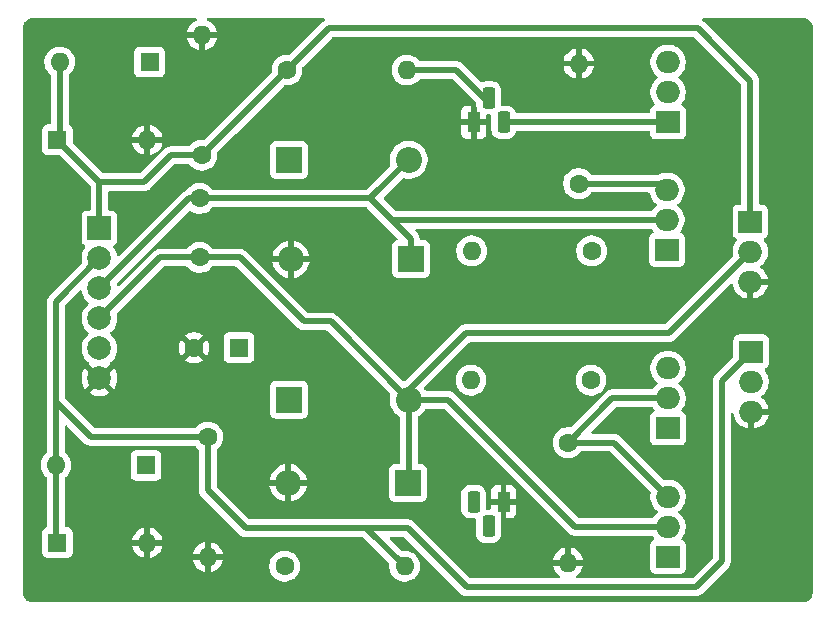
<source format=gbr>
%TF.GenerationSoftware,KiCad,Pcbnew,9.0.1*%
%TF.CreationDate,2025-04-11T16:43:42-04:00*%
%TF.ProjectId,h-bridge,682d6272-6964-4676-952e-6b696361645f,rev?*%
%TF.SameCoordinates,Original*%
%TF.FileFunction,Copper,L1,Top*%
%TF.FilePolarity,Positive*%
%FSLAX46Y46*%
G04 Gerber Fmt 4.6, Leading zero omitted, Abs format (unit mm)*
G04 Created by KiCad (PCBNEW 9.0.1) date 2025-04-11 16:43:42*
%MOMM*%
%LPD*%
G01*
G04 APERTURE LIST*
G04 Aperture macros list*
%AMRoundRect*
0 Rectangle with rounded corners*
0 $1 Rounding radius*
0 $2 $3 $4 $5 $6 $7 $8 $9 X,Y pos of 4 corners*
0 Add a 4 corners polygon primitive as box body*
4,1,4,$2,$3,$4,$5,$6,$7,$8,$9,$2,$3,0*
0 Add four circle primitives for the rounded corners*
1,1,$1+$1,$2,$3*
1,1,$1+$1,$4,$5*
1,1,$1+$1,$6,$7*
1,1,$1+$1,$8,$9*
0 Add four rect primitives between the rounded corners*
20,1,$1+$1,$2,$3,$4,$5,0*
20,1,$1+$1,$4,$5,$6,$7,0*
20,1,$1+$1,$6,$7,$8,$9,0*
20,1,$1+$1,$8,$9,$2,$3,0*%
G04 Aperture macros list end*
%TA.AperFunction,ComponentPad*%
%ADD10R,1.100000X1.800000*%
%TD*%
%TA.AperFunction,ComponentPad*%
%ADD11RoundRect,0.275000X0.275000X0.625000X-0.275000X0.625000X-0.275000X-0.625000X0.275000X-0.625000X0*%
%TD*%
%TA.AperFunction,ComponentPad*%
%ADD12RoundRect,0.275000X-0.275000X-0.625000X0.275000X-0.625000X0.275000X0.625000X-0.275000X0.625000X0*%
%TD*%
%TA.AperFunction,ComponentPad*%
%ADD13R,1.600000X1.600000*%
%TD*%
%TA.AperFunction,ComponentPad*%
%ADD14O,1.600000X1.600000*%
%TD*%
%TA.AperFunction,ComponentPad*%
%ADD15C,1.600000*%
%TD*%
%TA.AperFunction,ComponentPad*%
%ADD16R,2.200000X2.200000*%
%TD*%
%TA.AperFunction,ComponentPad*%
%ADD17O,2.200000X2.200000*%
%TD*%
%TA.AperFunction,ComponentPad*%
%ADD18R,2.000000X1.905000*%
%TD*%
%TA.AperFunction,ComponentPad*%
%ADD19O,2.000000X1.905000*%
%TD*%
%TA.AperFunction,ComponentPad*%
%ADD20R,2.000000X2.000000*%
%TD*%
%TA.AperFunction,ComponentPad*%
%ADD21C,2.000000*%
%TD*%
%TA.AperFunction,Conductor*%
%ADD22C,0.500000*%
%TD*%
G04 APERTURE END LIST*
D10*
%TO.P,Q8,1,E*%
%TO.N,GND*%
X136115000Y-110475000D03*
D11*
%TO.P,Q8,2,B*%
%TO.N,Net-(Q8-B)*%
X134845000Y-112545000D03*
%TO.P,Q8,3,C*%
%TO.N,Net-(Q6-G)*%
X133575000Y-110475000D03*
%TD*%
D10*
%TO.P,Q1,1,E*%
%TO.N,GND*%
X133600000Y-78345000D03*
D12*
%TO.P,Q1,2,B*%
%TO.N,Net-(Q1-B)*%
X134870000Y-76275000D03*
%TO.P,Q1,3,C*%
%TO.N,Net-(Q1-C)*%
X136140000Y-78345000D03*
%TD*%
D13*
%TO.P,D2,1,K*%
%TO.N,Vf*%
X98345000Y-79825000D03*
D14*
%TO.P,D2,2,A*%
%TO.N,GND*%
X105965000Y-79825000D03*
%TD*%
D15*
%TO.P,R1,1*%
%TO.N,Vf*%
X110575000Y-81125000D03*
D14*
%TO.P,R1,2*%
%TO.N,GND*%
X110575000Y-70965000D03*
%TD*%
D13*
%TO.P,C2,1*%
%TO.N,Vcc*%
X113710302Y-97425000D03*
D15*
%TO.P,C2,2*%
%TO.N,GND*%
X109910302Y-97425000D03*
%TD*%
D13*
%TO.P,D4,1,K*%
%TO.N,Vr*%
X98345000Y-113925000D03*
D14*
%TO.P,D4,2,A*%
%TO.N,GND*%
X105965000Y-113925000D03*
%TD*%
D15*
%TO.P,R6,1*%
%TO.N,Net-(Q4-G)*%
X141575000Y-105460000D03*
D14*
%TO.P,R6,2*%
%TO.N,GND*%
X141575000Y-115620000D03*
%TD*%
D16*
%TO.P,D8,1,K*%
%TO.N,M-*%
X128035000Y-108875000D03*
D17*
%TO.P,D8,2,A*%
%TO.N,GND*%
X117875000Y-108875000D03*
%TD*%
D15*
%TO.P,R5,1*%
%TO.N,Vcc*%
X143575000Y-89225000D03*
D14*
%TO.P,R5,2*%
%TO.N,Net-(Q1-C)*%
X133415000Y-89225000D03*
%TD*%
D15*
%TO.P,R2,1*%
%TO.N,Vr*%
X111075000Y-104975000D03*
D14*
%TO.P,R2,2*%
%TO.N,GND*%
X111075000Y-115135000D03*
%TD*%
D18*
%TO.P,Q6,1,G*%
%TO.N,Net-(Q6-G)*%
X150045000Y-104245000D03*
D19*
%TO.P,Q6,2,D*%
%TO.N,Net-(Q4-G)*%
X150045000Y-101705000D03*
%TO.P,Q6,3,S*%
%TO.N,Vcc*%
X150045000Y-99165000D03*
%TD*%
D16*
%TO.P,D6,1,K*%
%TO.N,M+*%
X128280000Y-89925000D03*
D17*
%TO.P,D6,2,A*%
%TO.N,GND*%
X118120000Y-89925000D03*
%TD*%
D15*
%TO.P,R8,1*%
%TO.N,Vcc*%
X143525000Y-100175000D03*
D14*
%TO.P,R8,2*%
%TO.N,Net-(Q6-G)*%
X133365000Y-100175000D03*
%TD*%
D18*
%TO.P,Q4,1,G*%
%TO.N,Net-(Q4-G)*%
X149955000Y-89135000D03*
D19*
%TO.P,Q4,2,D*%
%TO.N,M+*%
X149955000Y-86595000D03*
%TO.P,Q4,3,S*%
%TO.N,Net-(Q2-D)*%
X149955000Y-84055000D03*
%TD*%
D18*
%TO.P,Q3,1,G*%
%TO.N,Vr*%
X157085000Y-97755000D03*
D19*
%TO.P,Q3,2,D*%
%TO.N,M+*%
X157085000Y-100295000D03*
%TO.P,Q3,3,S*%
%TO.N,GND*%
X157085000Y-102835000D03*
%TD*%
D18*
%TO.P,Q2,1,G*%
%TO.N,Net-(Q1-C)*%
X150045000Y-78325000D03*
D19*
%TO.P,Q2,2,D*%
%TO.N,Net-(Q2-D)*%
X150045000Y-75785000D03*
%TO.P,Q2,3,S*%
%TO.N,Vcc*%
X150045000Y-73245000D03*
%TD*%
D16*
%TO.P,D5,1,K*%
%TO.N,Vcc*%
X117935000Y-81525000D03*
D17*
%TO.P,D5,2,A*%
%TO.N,M+*%
X128095000Y-81525000D03*
%TD*%
D20*
%TO.P,J1,1,Pin_1*%
%TO.N,Vf*%
X101905000Y-87315000D03*
D21*
%TO.P,J1,2,Pin_2*%
%TO.N,Vr*%
X101905000Y-89855000D03*
%TO.P,J1,3,Pin_3*%
%TO.N,M+*%
X101905000Y-92395000D03*
%TO.P,J1,4,Pin_4*%
%TO.N,M-*%
X101905000Y-94935000D03*
%TO.P,J1,5,Pin_5*%
%TO.N,Vcc*%
X101905000Y-97475000D03*
%TO.P,J1,6,Pin_6*%
%TO.N,GND*%
X101905000Y-100015000D03*
%TD*%
D18*
%TO.P,Q5,1,G*%
%TO.N,Net-(Q2-D)*%
X150045000Y-115125000D03*
D19*
%TO.P,Q5,2,D*%
%TO.N,M-*%
X150045000Y-112585000D03*
%TO.P,Q5,3,S*%
%TO.N,Net-(Q4-G)*%
X150045000Y-110045000D03*
%TD*%
D15*
%TO.P,C1,1*%
%TO.N,M+*%
X110385000Y-84785000D03*
%TO.P,C1,2*%
%TO.N,M-*%
X110385000Y-89785000D03*
%TD*%
%TO.P,R7,1*%
%TO.N,Net-(Q2-D)*%
X142475000Y-83525000D03*
D14*
%TO.P,R7,2*%
%TO.N,GND*%
X142475000Y-73365000D03*
%TD*%
D13*
%TO.P,D3,1,K*%
%TO.N,Vcc*%
X105845000Y-107375000D03*
D14*
%TO.P,D3,2,A*%
%TO.N,Vr*%
X98225000Y-107375000D03*
%TD*%
D18*
%TO.P,Q7,1,G*%
%TO.N,Vf*%
X157005000Y-86755000D03*
D19*
%TO.P,Q7,2,D*%
%TO.N,M-*%
X157005000Y-89295000D03*
%TO.P,Q7,3,S*%
%TO.N,GND*%
X157005000Y-91835000D03*
%TD*%
D15*
%TO.P,R3,1*%
%TO.N,Vf*%
X117775000Y-73925000D03*
D14*
%TO.P,R3,2*%
%TO.N,Net-(Q1-B)*%
X127935000Y-73925000D03*
%TD*%
D16*
%TO.P,D7,1,K*%
%TO.N,Vcc*%
X117935000Y-101825000D03*
D17*
%TO.P,D7,2,A*%
%TO.N,M-*%
X128095000Y-101825000D03*
%TD*%
D15*
%TO.P,R4,1*%
%TO.N,Net-(Q8-B)*%
X117575000Y-115925000D03*
D14*
%TO.P,R4,2*%
%TO.N,Vr*%
X127735000Y-115925000D03*
%TD*%
D13*
%TO.P,D1,1,K*%
%TO.N,Vcc*%
X106155000Y-73225000D03*
D14*
%TO.P,D1,2,A*%
%TO.N,Vf*%
X98535000Y-73225000D03*
%TD*%
D22*
%TO.N,Net-(Q2-D)*%
X142475000Y-83525000D02*
X149425000Y-83525000D01*
X149425000Y-83525000D02*
X149955000Y-84055000D01*
%TO.N,Net-(Q4-G)*%
X141575000Y-105460000D02*
X145460000Y-105460000D01*
X145460000Y-105460000D02*
X150045000Y-110045000D01*
X141575000Y-105460000D02*
X145330000Y-101705000D01*
X145330000Y-101705000D02*
X150045000Y-101705000D01*
%TO.N,Net-(Q1-C)*%
X136140000Y-77945000D02*
X136520000Y-78325000D01*
X136520000Y-78325000D02*
X150045000Y-78325000D01*
%TO.N,Net-(Q1-B)*%
X127935000Y-73925000D02*
X132120000Y-73925000D01*
X132120000Y-73925000D02*
X134870000Y-76675000D01*
%TO.N,M+*%
X124975000Y-84925000D02*
X124835000Y-84785000D01*
X124975000Y-84925000D02*
X126645000Y-86595000D01*
X126645000Y-86595000D02*
X149955000Y-86595000D01*
%TO.N,M-*%
X132900000Y-96200000D02*
X150100000Y-96200000D01*
X150100000Y-96200000D02*
X157005000Y-89295000D01*
X128095000Y-101825000D02*
X128095000Y-101005000D01*
X128095000Y-101005000D02*
X132900000Y-96200000D01*
X128095000Y-101825000D02*
X131425000Y-101825000D01*
X131425000Y-101825000D02*
X142185000Y-112585000D01*
X142185000Y-112585000D02*
X150045000Y-112585000D01*
X128095000Y-101825000D02*
X128095000Y-108815000D01*
X128095000Y-108815000D02*
X128035000Y-108875000D01*
X113785000Y-89785000D02*
X119200000Y-95200000D01*
X110385000Y-89785000D02*
X113785000Y-89785000D01*
X121470000Y-95200000D02*
X128095000Y-101825000D01*
X119200000Y-95200000D02*
X121470000Y-95200000D01*
X101905000Y-94935000D02*
X107055000Y-89785000D01*
X107055000Y-89785000D02*
X110385000Y-89785000D01*
%TO.N,M+*%
X128280000Y-89925000D02*
X128280000Y-88230000D01*
X128280000Y-88230000D02*
X124975000Y-84925000D01*
X110385000Y-84785000D02*
X124835000Y-84785000D01*
X124835000Y-84785000D02*
X128095000Y-81525000D01*
X101905000Y-92395000D02*
X109515000Y-84785000D01*
X109515000Y-84785000D02*
X110385000Y-84785000D01*
%TO.N,Vf*%
X117775000Y-73925000D02*
X121300000Y-70400000D01*
X121300000Y-70400000D02*
X152600000Y-70400000D01*
X152600000Y-70400000D02*
X157005000Y-74805000D01*
X157005000Y-74805000D02*
X157005000Y-86755000D01*
%TO.N,Vr*%
X124510000Y-112700000D02*
X128000000Y-112700000D01*
X128000000Y-112700000D02*
X133000000Y-117700000D01*
X133000000Y-117700000D02*
X152400000Y-117700000D01*
X152400000Y-117700000D02*
X154600000Y-115500000D01*
X154600000Y-115500000D02*
X154600000Y-100240000D01*
X154600000Y-100240000D02*
X157085000Y-97755000D01*
X111075000Y-109475000D02*
X114300000Y-112700000D01*
X111075000Y-104975000D02*
X111075000Y-109475000D01*
X114300000Y-112700000D02*
X124510000Y-112700000D01*
X124510000Y-112700000D02*
X127735000Y-115925000D01*
%TO.N,Vf*%
X110575000Y-81125000D02*
X117775000Y-73925000D01*
%TO.N,Vr*%
X98225000Y-93535000D02*
X98225000Y-102000000D01*
X101200000Y-104975000D02*
X98225000Y-102000000D01*
X111075000Y-104975000D02*
X101200000Y-104975000D01*
X98225000Y-107375000D02*
X98225000Y-113805000D01*
X98225000Y-113805000D02*
X98345000Y-113925000D01*
X101905000Y-89855000D02*
X98225000Y-93535000D01*
X98225000Y-102000000D02*
X98225000Y-107375000D01*
%TO.N,Vf*%
X98345000Y-79825000D02*
X98345000Y-79545000D01*
X98345000Y-79545000D02*
X98535000Y-79355000D01*
X98535000Y-79355000D02*
X98535000Y-73225000D01*
X110575000Y-81125000D02*
X107975000Y-81125000D01*
X107975000Y-81125000D02*
X105715000Y-83385000D01*
X105715000Y-83385000D02*
X101905000Y-83385000D01*
X101905000Y-87315000D02*
X101905000Y-83385000D01*
X101905000Y-83385000D02*
X98345000Y-79825000D01*
%TD*%
%TA.AperFunction,Conductor*%
%TO.N,GND*%
G36*
X161506068Y-69501097D02*
G01*
X161643826Y-69514665D01*
X161667652Y-69519404D01*
X161794277Y-69557815D01*
X161816725Y-69567114D01*
X161914297Y-69619268D01*
X161933406Y-69629482D01*
X161953618Y-69642987D01*
X162055891Y-69726920D01*
X162073079Y-69744108D01*
X162157012Y-69846381D01*
X162170517Y-69866593D01*
X162232883Y-69983271D01*
X162242186Y-70005728D01*
X162280593Y-70132338D01*
X162285335Y-70156180D01*
X162298900Y-70293913D01*
X162299497Y-70306117D01*
X162280290Y-118106817D01*
X162280290Y-118106822D01*
X162280286Y-118114777D01*
X162280259Y-118114884D01*
X162280260Y-118173013D01*
X162280260Y-118174744D01*
X162280256Y-118174755D01*
X162279663Y-118186840D01*
X162266099Y-118324594D01*
X162261357Y-118348436D01*
X162222955Y-118475039D01*
X162213653Y-118497497D01*
X162151287Y-118614180D01*
X162137781Y-118634394D01*
X162053851Y-118736663D01*
X162036663Y-118753851D01*
X161934394Y-118837781D01*
X161914180Y-118851287D01*
X161797497Y-118913653D01*
X161775039Y-118922955D01*
X161648436Y-118961357D01*
X161624594Y-118966099D01*
X161486840Y-118979663D01*
X161474691Y-118980260D01*
X161456557Y-118980260D01*
X161414884Y-118980259D01*
X161414877Y-118980260D01*
X161406234Y-118980261D01*
X161406233Y-118980260D01*
X161406232Y-118980261D01*
X96293768Y-118980261D01*
X96293739Y-118980259D01*
X96285116Y-118980259D01*
X96277109Y-118980259D01*
X96225312Y-118980260D01*
X96213159Y-118979663D01*
X96075405Y-118966099D01*
X96051563Y-118961357D01*
X95924960Y-118922955D01*
X95902502Y-118913653D01*
X95785819Y-118851287D01*
X95765605Y-118837781D01*
X95663336Y-118753851D01*
X95646148Y-118736663D01*
X95562218Y-118634394D01*
X95548712Y-118614180D01*
X95486346Y-118497497D01*
X95477044Y-118475039D01*
X95460852Y-118421659D01*
X95438642Y-118348436D01*
X95433900Y-118324594D01*
X95420336Y-118186840D01*
X95419739Y-118174685D01*
X95419741Y-118114884D01*
X95419739Y-118114879D01*
X95419740Y-118107300D01*
X95419739Y-118107266D01*
X95419739Y-70385123D01*
X95419741Y-70385116D01*
X95419739Y-70325305D01*
X95420336Y-70313159D01*
X95433900Y-70175402D01*
X95438642Y-70151563D01*
X95477045Y-70024956D01*
X95486346Y-70002502D01*
X95548712Y-69885819D01*
X95562215Y-69865609D01*
X95646152Y-69763331D01*
X95663331Y-69746152D01*
X95765609Y-69662215D01*
X95785819Y-69648712D01*
X95902502Y-69586346D01*
X95924956Y-69577045D01*
X96051565Y-69538641D01*
X96075402Y-69533900D01*
X96213162Y-69520335D01*
X96225264Y-69519739D01*
X96285116Y-69519741D01*
X96285197Y-69519719D01*
X110045771Y-69515663D01*
X110112815Y-69535328D01*
X110158585Y-69588118D01*
X110168549Y-69657274D01*
X110139543Y-69720838D01*
X110084132Y-69757592D01*
X110075968Y-69760244D01*
X109893650Y-69853140D01*
X109728105Y-69973417D01*
X109728104Y-69973417D01*
X109583417Y-70118104D01*
X109583417Y-70118105D01*
X109463140Y-70283650D01*
X109370244Y-70465970D01*
X109307009Y-70660586D01*
X109298391Y-70715000D01*
X110259314Y-70715000D01*
X110254920Y-70719394D01*
X110202259Y-70810606D01*
X110175000Y-70912339D01*
X110175000Y-71017661D01*
X110202259Y-71119394D01*
X110254920Y-71210606D01*
X110259314Y-71215000D01*
X109298391Y-71215000D01*
X109307009Y-71269413D01*
X109370244Y-71464029D01*
X109463140Y-71646349D01*
X109583417Y-71811894D01*
X109583417Y-71811895D01*
X109728104Y-71956582D01*
X109893650Y-72076859D01*
X110075968Y-72169754D01*
X110270578Y-72232988D01*
X110325000Y-72241607D01*
X110325000Y-71280686D01*
X110329394Y-71285080D01*
X110420606Y-71337741D01*
X110522339Y-71365000D01*
X110627661Y-71365000D01*
X110729394Y-71337741D01*
X110820606Y-71285080D01*
X110825000Y-71280686D01*
X110825000Y-72241606D01*
X110879421Y-72232988D01*
X111074031Y-72169754D01*
X111256349Y-72076859D01*
X111421894Y-71956582D01*
X111421895Y-71956582D01*
X111566582Y-71811895D01*
X111566582Y-71811894D01*
X111686859Y-71646349D01*
X111779755Y-71464029D01*
X111842990Y-71269413D01*
X111851609Y-71215000D01*
X110890686Y-71215000D01*
X110895080Y-71210606D01*
X110947741Y-71119394D01*
X110975000Y-71017661D01*
X110975000Y-70912339D01*
X110947741Y-70810606D01*
X110895080Y-70719394D01*
X110890686Y-70715000D01*
X111851609Y-70715000D01*
X111842990Y-70660586D01*
X111779755Y-70465970D01*
X111686859Y-70283650D01*
X111566582Y-70118105D01*
X111566582Y-70118104D01*
X111421895Y-69973417D01*
X111256349Y-69853140D01*
X111074029Y-69760244D01*
X111064916Y-69757283D01*
X111007241Y-69717846D01*
X110980042Y-69653487D01*
X110991957Y-69584641D01*
X111039201Y-69533165D01*
X111103196Y-69515352D01*
X120868602Y-69512474D01*
X120935648Y-69532139D01*
X120981418Y-69584929D01*
X120991382Y-69654085D01*
X120962376Y-69717649D01*
X120937529Y-69739577D01*
X120895270Y-69767813D01*
X120895269Y-69767812D01*
X120821588Y-69817044D01*
X120821580Y-69817050D01*
X118040104Y-72598526D01*
X117978781Y-72632011D01*
X117933025Y-72633318D01*
X117877352Y-72624500D01*
X117672648Y-72624500D01*
X117648329Y-72628351D01*
X117470465Y-72656522D01*
X117275776Y-72719781D01*
X117093386Y-72812715D01*
X116927786Y-72933028D01*
X116783028Y-73077786D01*
X116662715Y-73243386D01*
X116569781Y-73425776D01*
X116506522Y-73620465D01*
X116474500Y-73822648D01*
X116474500Y-74027351D01*
X116483318Y-74083026D01*
X116474363Y-74152320D01*
X116448526Y-74190105D01*
X110840105Y-79798526D01*
X110778782Y-79832011D01*
X110733026Y-79833318D01*
X110677352Y-79824500D01*
X110472648Y-79824500D01*
X110448329Y-79828351D01*
X110270465Y-79856522D01*
X110075776Y-79919781D01*
X109893386Y-80012715D01*
X109727786Y-80133028D01*
X109583032Y-80277782D01*
X109583028Y-80277787D01*
X109549900Y-80323385D01*
X109494571Y-80366051D01*
X109449582Y-80374500D01*
X107901076Y-80374500D01*
X107872242Y-80380234D01*
X107872243Y-80380235D01*
X107756093Y-80403339D01*
X107756083Y-80403342D01*
X107676081Y-80436479D01*
X107676082Y-80436480D01*
X107619505Y-80459915D01*
X107537372Y-80514795D01*
X107496585Y-80542047D01*
X107496581Y-80542050D01*
X105440451Y-82598181D01*
X105379128Y-82631666D01*
X105352770Y-82634500D01*
X102267229Y-82634500D01*
X102200190Y-82614815D01*
X102179548Y-82598181D01*
X99706986Y-80125618D01*
X99681818Y-80100450D01*
X99648333Y-80039127D01*
X99645499Y-80012769D01*
X99645499Y-79575000D01*
X104688391Y-79575000D01*
X105649314Y-79575000D01*
X105644920Y-79579394D01*
X105592259Y-79670606D01*
X105565000Y-79772339D01*
X105565000Y-79877661D01*
X105592259Y-79979394D01*
X105644920Y-80070606D01*
X105649314Y-80075000D01*
X104688391Y-80075000D01*
X104697009Y-80129413D01*
X104760244Y-80324029D01*
X104853140Y-80506349D01*
X104973417Y-80671894D01*
X104973417Y-80671895D01*
X105118104Y-80816582D01*
X105283650Y-80936859D01*
X105465968Y-81029754D01*
X105660578Y-81092988D01*
X105715000Y-81101607D01*
X105715000Y-80140686D01*
X105719394Y-80145080D01*
X105810606Y-80197741D01*
X105912339Y-80225000D01*
X106017661Y-80225000D01*
X106119394Y-80197741D01*
X106210606Y-80145080D01*
X106215000Y-80140686D01*
X106215000Y-81101606D01*
X106269421Y-81092988D01*
X106464031Y-81029754D01*
X106646349Y-80936859D01*
X106811894Y-80816582D01*
X106811895Y-80816582D01*
X106956582Y-80671895D01*
X106956582Y-80671894D01*
X107076859Y-80506349D01*
X107169755Y-80324029D01*
X107232990Y-80129413D01*
X107241609Y-80075000D01*
X106280686Y-80075000D01*
X106285080Y-80070606D01*
X106337741Y-79979394D01*
X106365000Y-79877661D01*
X106365000Y-79772339D01*
X106337741Y-79670606D01*
X106285080Y-79579394D01*
X106280686Y-79575000D01*
X107241609Y-79575000D01*
X107232990Y-79520586D01*
X107169755Y-79325970D01*
X107076859Y-79143650D01*
X106956582Y-78978105D01*
X106956582Y-78978104D01*
X106811895Y-78833417D01*
X106646349Y-78713140D01*
X106464029Y-78620244D01*
X106269413Y-78557009D01*
X106215000Y-78548390D01*
X106215000Y-79509314D01*
X106210606Y-79504920D01*
X106119394Y-79452259D01*
X106017661Y-79425000D01*
X105912339Y-79425000D01*
X105810606Y-79452259D01*
X105719394Y-79504920D01*
X105715000Y-79509314D01*
X105715000Y-78548390D01*
X105660586Y-78557009D01*
X105465970Y-78620244D01*
X105283650Y-78713140D01*
X105118105Y-78833417D01*
X105118104Y-78833417D01*
X104973417Y-78978104D01*
X104973417Y-78978105D01*
X104853140Y-79143650D01*
X104760244Y-79325970D01*
X104697009Y-79520586D01*
X104688391Y-79575000D01*
X99645499Y-79575000D01*
X99645499Y-78977129D01*
X99645498Y-78977123D01*
X99645497Y-78977116D01*
X99639091Y-78917517D01*
X99588796Y-78782669D01*
X99588795Y-78782668D01*
X99588793Y-78782664D01*
X99502547Y-78667455D01*
X99502544Y-78667452D01*
X99387334Y-78581205D01*
X99366164Y-78573309D01*
X99310231Y-78531436D01*
X99285816Y-78465971D01*
X99285500Y-78457128D01*
X99285500Y-74350416D01*
X99305185Y-74283377D01*
X99336613Y-74250099D01*
X99382219Y-74216966D01*
X99526966Y-74072219D01*
X99526968Y-74072215D01*
X99526971Y-74072213D01*
X99579732Y-73999590D01*
X99647287Y-73906610D01*
X99740220Y-73724219D01*
X99803477Y-73529534D01*
X99835500Y-73327352D01*
X99835500Y-73122648D01*
X99803477Y-72920466D01*
X99740220Y-72725781D01*
X99740218Y-72725778D01*
X99740218Y-72725776D01*
X99647287Y-72543390D01*
X99577032Y-72446691D01*
X99577031Y-72446688D01*
X99526971Y-72377787D01*
X99526967Y-72377782D01*
X99526320Y-72377135D01*
X104854500Y-72377135D01*
X104854500Y-74072870D01*
X104854501Y-74072876D01*
X104860908Y-74132483D01*
X104911202Y-74267328D01*
X104911206Y-74267335D01*
X104997452Y-74382544D01*
X104997455Y-74382547D01*
X105112664Y-74468793D01*
X105112671Y-74468797D01*
X105247517Y-74519091D01*
X105247516Y-74519091D01*
X105254444Y-74519835D01*
X105307127Y-74525500D01*
X107002872Y-74525499D01*
X107062483Y-74519091D01*
X107197331Y-74468796D01*
X107312546Y-74382546D01*
X107398796Y-74267331D01*
X107449091Y-74132483D01*
X107455500Y-74072873D01*
X107455499Y-72377128D01*
X107449091Y-72317517D01*
X107441972Y-72298431D01*
X107398797Y-72182671D01*
X107398793Y-72182664D01*
X107312547Y-72067455D01*
X107312544Y-72067452D01*
X107197335Y-71981206D01*
X107197328Y-71981202D01*
X107062482Y-71930908D01*
X107062483Y-71930908D01*
X107002883Y-71924501D01*
X107002881Y-71924500D01*
X107002873Y-71924500D01*
X107002864Y-71924500D01*
X105307129Y-71924500D01*
X105307123Y-71924501D01*
X105247516Y-71930908D01*
X105112671Y-71981202D01*
X105112664Y-71981206D01*
X104997455Y-72067452D01*
X104997452Y-72067455D01*
X104911206Y-72182664D01*
X104911202Y-72182671D01*
X104860908Y-72317517D01*
X104854899Y-72373417D01*
X104854501Y-72377123D01*
X104854500Y-72377135D01*
X99526320Y-72377135D01*
X99382213Y-72233028D01*
X99216613Y-72112715D01*
X99216612Y-72112714D01*
X99216610Y-72112713D01*
X99146243Y-72076859D01*
X99034223Y-72019781D01*
X98839534Y-71956522D01*
X98664995Y-71928878D01*
X98637352Y-71924500D01*
X98432648Y-71924500D01*
X98408329Y-71928351D01*
X98230465Y-71956522D01*
X98035776Y-72019781D01*
X97853386Y-72112715D01*
X97687786Y-72233028D01*
X97543028Y-72377786D01*
X97422715Y-72543386D01*
X97329781Y-72725776D01*
X97266522Y-72920465D01*
X97234500Y-73122648D01*
X97234500Y-73327351D01*
X97266522Y-73529534D01*
X97329781Y-73724223D01*
X97422715Y-73906613D01*
X97543028Y-74072213D01*
X97543034Y-74072219D01*
X97687781Y-74216966D01*
X97733384Y-74250098D01*
X97776050Y-74305425D01*
X97784500Y-74350416D01*
X97784500Y-78400500D01*
X97764815Y-78467539D01*
X97712011Y-78513294D01*
X97660501Y-78524500D01*
X97497130Y-78524500D01*
X97497123Y-78524501D01*
X97437516Y-78530908D01*
X97302671Y-78581202D01*
X97302664Y-78581206D01*
X97187455Y-78667452D01*
X97187452Y-78667455D01*
X97101206Y-78782664D01*
X97101202Y-78782671D01*
X97050908Y-78917517D01*
X97044501Y-78977116D01*
X97044501Y-78977123D01*
X97044500Y-78977135D01*
X97044500Y-80672870D01*
X97044501Y-80672876D01*
X97050908Y-80732483D01*
X97101202Y-80867328D01*
X97101206Y-80867335D01*
X97187452Y-80982544D01*
X97187455Y-80982547D01*
X97302664Y-81068793D01*
X97302671Y-81068797D01*
X97437517Y-81119091D01*
X97437516Y-81119091D01*
X97444444Y-81119835D01*
X97497127Y-81125500D01*
X98532769Y-81125499D01*
X98599808Y-81145183D01*
X98620450Y-81161818D01*
X101118181Y-83659548D01*
X101151666Y-83720871D01*
X101154500Y-83747229D01*
X101154500Y-85690500D01*
X101134815Y-85757539D01*
X101082011Y-85803294D01*
X101030501Y-85814500D01*
X100857130Y-85814500D01*
X100857123Y-85814501D01*
X100797516Y-85820908D01*
X100662671Y-85871202D01*
X100662664Y-85871206D01*
X100547455Y-85957452D01*
X100547452Y-85957455D01*
X100461206Y-86072664D01*
X100461202Y-86072671D01*
X100410908Y-86207517D01*
X100405830Y-86254753D01*
X100404501Y-86267123D01*
X100404500Y-86267135D01*
X100404500Y-88362870D01*
X100404501Y-88362876D01*
X100410908Y-88422483D01*
X100461202Y-88557328D01*
X100461206Y-88557335D01*
X100547452Y-88672544D01*
X100547455Y-88672547D01*
X100662664Y-88758793D01*
X100670454Y-88763047D01*
X100668646Y-88766357D01*
X100710351Y-88797449D01*
X100734897Y-88862865D01*
X100720180Y-88931167D01*
X100711549Y-88944840D01*
X100621659Y-89068563D01*
X100514433Y-89279003D01*
X100441446Y-89503631D01*
X100404500Y-89736902D01*
X100404500Y-89973097D01*
X100438511Y-90187832D01*
X100429557Y-90257125D01*
X100403719Y-90294911D01*
X97642049Y-93056581D01*
X97605068Y-93111927D01*
X97605069Y-93111928D01*
X97559914Y-93179508D01*
X97503343Y-93316082D01*
X97503340Y-93316092D01*
X97474500Y-93461079D01*
X97474500Y-106249582D01*
X97454815Y-106316621D01*
X97423385Y-106349900D01*
X97377787Y-106383028D01*
X97377782Y-106383032D01*
X97233028Y-106527786D01*
X97112715Y-106693386D01*
X97019781Y-106875776D01*
X96956522Y-107070465D01*
X96924500Y-107272648D01*
X96924500Y-107477351D01*
X96956522Y-107679534D01*
X97019781Y-107874223D01*
X97112715Y-108056613D01*
X97233028Y-108222213D01*
X97233034Y-108222219D01*
X97377781Y-108366966D01*
X97423384Y-108400098D01*
X97466050Y-108455425D01*
X97474500Y-108500416D01*
X97474500Y-112531019D01*
X97454815Y-112598058D01*
X97402011Y-112643813D01*
X97393834Y-112647201D01*
X97302669Y-112681203D01*
X97302664Y-112681206D01*
X97187455Y-112767452D01*
X97187452Y-112767455D01*
X97101206Y-112882664D01*
X97101202Y-112882671D01*
X97050908Y-113017517D01*
X97044501Y-113077116D01*
X97044501Y-113077123D01*
X97044500Y-113077135D01*
X97044500Y-114772870D01*
X97044501Y-114772876D01*
X97050908Y-114832483D01*
X97101202Y-114967328D01*
X97101206Y-114967335D01*
X97187452Y-115082544D01*
X97187455Y-115082547D01*
X97302664Y-115168793D01*
X97302671Y-115168797D01*
X97437517Y-115219091D01*
X97437516Y-115219091D01*
X97444444Y-115219835D01*
X97497127Y-115225500D01*
X99192872Y-115225499D01*
X99252483Y-115219091D01*
X99387331Y-115168796D01*
X99502546Y-115082546D01*
X99588796Y-114967331D01*
X99639091Y-114832483D01*
X99645500Y-114772873D01*
X99645499Y-113675000D01*
X104688391Y-113675000D01*
X105649314Y-113675000D01*
X105644920Y-113679394D01*
X105592259Y-113770606D01*
X105565000Y-113872339D01*
X105565000Y-113977661D01*
X105592259Y-114079394D01*
X105644920Y-114170606D01*
X105649314Y-114175000D01*
X104688391Y-114175000D01*
X104697009Y-114229413D01*
X104760244Y-114424029D01*
X104853140Y-114606349D01*
X104973417Y-114771894D01*
X104973417Y-114771895D01*
X105118104Y-114916582D01*
X105283650Y-115036859D01*
X105465968Y-115129754D01*
X105660578Y-115192988D01*
X105715000Y-115201607D01*
X105715000Y-114240686D01*
X105719394Y-114245080D01*
X105810606Y-114297741D01*
X105912339Y-114325000D01*
X106017661Y-114325000D01*
X106119394Y-114297741D01*
X106210606Y-114245080D01*
X106215000Y-114240686D01*
X106215000Y-115201606D01*
X106269421Y-115192988D01*
X106464031Y-115129754D01*
X106646349Y-115036859D01*
X106811894Y-114916582D01*
X106811895Y-114916582D01*
X106843477Y-114885000D01*
X109798391Y-114885000D01*
X110759314Y-114885000D01*
X110754920Y-114889394D01*
X110702259Y-114980606D01*
X110675000Y-115082339D01*
X110675000Y-115187661D01*
X110702259Y-115289394D01*
X110754920Y-115380606D01*
X110759314Y-115385000D01*
X109798391Y-115385000D01*
X109807009Y-115439413D01*
X109870244Y-115634029D01*
X109963140Y-115816349D01*
X110083417Y-115981894D01*
X110083417Y-115981895D01*
X110228104Y-116126582D01*
X110393650Y-116246859D01*
X110575968Y-116339754D01*
X110770578Y-116402988D01*
X110825000Y-116411607D01*
X110825000Y-115450686D01*
X110829394Y-115455080D01*
X110920606Y-115507741D01*
X111022339Y-115535000D01*
X111127661Y-115535000D01*
X111229394Y-115507741D01*
X111320606Y-115455080D01*
X111325000Y-115450686D01*
X111325000Y-116411606D01*
X111379421Y-116402988D01*
X111574031Y-116339754D01*
X111756349Y-116246859D01*
X111921894Y-116126582D01*
X111921895Y-116126582D01*
X112066582Y-115981895D01*
X112066582Y-115981894D01*
X112182283Y-115822648D01*
X116274500Y-115822648D01*
X116274500Y-116027351D01*
X116306522Y-116229534D01*
X116369781Y-116424223D01*
X116419242Y-116521293D01*
X116448135Y-116578000D01*
X116462715Y-116606613D01*
X116583028Y-116772213D01*
X116727786Y-116916971D01*
X116882749Y-117029556D01*
X116893390Y-117037287D01*
X117009607Y-117096503D01*
X117075776Y-117130218D01*
X117075778Y-117130218D01*
X117075781Y-117130220D01*
X117180137Y-117164127D01*
X117270465Y-117193477D01*
X117371557Y-117209488D01*
X117472648Y-117225500D01*
X117472649Y-117225500D01*
X117677351Y-117225500D01*
X117677352Y-117225500D01*
X117879534Y-117193477D01*
X118074219Y-117130220D01*
X118256610Y-117037287D01*
X118349590Y-116969732D01*
X118422213Y-116916971D01*
X118422215Y-116916968D01*
X118422219Y-116916966D01*
X118566966Y-116772219D01*
X118566968Y-116772215D01*
X118566971Y-116772213D01*
X118619732Y-116699590D01*
X118687287Y-116606610D01*
X118780220Y-116424219D01*
X118843477Y-116229534D01*
X118875500Y-116027352D01*
X118875500Y-115822648D01*
X118843477Y-115620466D01*
X118780220Y-115425781D01*
X118780218Y-115425778D01*
X118780218Y-115425776D01*
X118746503Y-115359607D01*
X118687287Y-115243390D01*
X118669633Y-115219091D01*
X118566971Y-115077786D01*
X118422213Y-114933028D01*
X118256613Y-114812715D01*
X118256612Y-114812714D01*
X118256610Y-114812713D01*
X118178873Y-114773104D01*
X118074223Y-114719781D01*
X117879534Y-114656522D01*
X117704995Y-114628878D01*
X117677352Y-114624500D01*
X117472648Y-114624500D01*
X117448329Y-114628351D01*
X117270465Y-114656522D01*
X117075776Y-114719781D01*
X116893386Y-114812715D01*
X116727786Y-114933028D01*
X116583028Y-115077786D01*
X116462715Y-115243386D01*
X116369781Y-115425776D01*
X116306522Y-115620465D01*
X116274500Y-115822648D01*
X112182283Y-115822648D01*
X112186861Y-115816347D01*
X112214816Y-115761482D01*
X112214816Y-115761481D01*
X112279755Y-115634029D01*
X112342990Y-115439413D01*
X112351609Y-115385000D01*
X111390686Y-115385000D01*
X111395080Y-115380606D01*
X111447741Y-115289394D01*
X111475000Y-115187661D01*
X111475000Y-115082339D01*
X111447741Y-114980606D01*
X111395080Y-114889394D01*
X111390686Y-114885000D01*
X112351609Y-114885000D01*
X112342990Y-114830586D01*
X112279755Y-114635970D01*
X112186859Y-114453650D01*
X112066582Y-114288105D01*
X112066582Y-114288104D01*
X111921895Y-114143417D01*
X111756349Y-114023140D01*
X111574029Y-113930244D01*
X111379413Y-113867009D01*
X111325000Y-113858390D01*
X111325000Y-114819314D01*
X111320606Y-114814920D01*
X111229394Y-114762259D01*
X111127661Y-114735000D01*
X111022339Y-114735000D01*
X110920606Y-114762259D01*
X110829394Y-114814920D01*
X110825000Y-114819314D01*
X110825000Y-113858390D01*
X110770586Y-113867009D01*
X110575970Y-113930244D01*
X110393650Y-114023140D01*
X110228105Y-114143417D01*
X110228104Y-114143417D01*
X110083417Y-114288104D01*
X110083417Y-114288105D01*
X109963140Y-114453650D01*
X109870244Y-114635970D01*
X109807009Y-114830586D01*
X109798391Y-114885000D01*
X106843477Y-114885000D01*
X106894096Y-114834382D01*
X106956582Y-114771895D01*
X106956582Y-114771894D01*
X107076859Y-114606349D01*
X107169755Y-114424029D01*
X107232990Y-114229413D01*
X107241609Y-114175000D01*
X106280686Y-114175000D01*
X106285080Y-114170606D01*
X106337741Y-114079394D01*
X106365000Y-113977661D01*
X106365000Y-113872339D01*
X106337741Y-113770606D01*
X106285080Y-113679394D01*
X106280686Y-113675000D01*
X107241609Y-113675000D01*
X107232990Y-113620586D01*
X107169755Y-113425970D01*
X107076859Y-113243650D01*
X106956582Y-113078105D01*
X106956582Y-113078104D01*
X106811895Y-112933417D01*
X106646349Y-112813140D01*
X106464029Y-112720244D01*
X106269413Y-112657009D01*
X106215000Y-112648390D01*
X106215000Y-113609314D01*
X106210606Y-113604920D01*
X106119394Y-113552259D01*
X106017661Y-113525000D01*
X105912339Y-113525000D01*
X105810606Y-113552259D01*
X105719394Y-113604920D01*
X105715000Y-113609314D01*
X105715000Y-112648390D01*
X105660586Y-112657009D01*
X105465970Y-112720244D01*
X105283650Y-112813140D01*
X105118105Y-112933417D01*
X105118104Y-112933417D01*
X104973417Y-113078104D01*
X104973417Y-113078105D01*
X104853140Y-113243650D01*
X104760244Y-113425970D01*
X104697009Y-113620586D01*
X104688391Y-113675000D01*
X99645499Y-113675000D01*
X99645499Y-113077128D01*
X99639091Y-113017517D01*
X99604677Y-112925249D01*
X99588797Y-112882671D01*
X99588793Y-112882664D01*
X99502547Y-112767455D01*
X99502544Y-112767452D01*
X99387335Y-112681206D01*
X99387328Y-112681202D01*
X99252482Y-112630908D01*
X99252483Y-112630908D01*
X99192883Y-112624501D01*
X99192881Y-112624500D01*
X99192873Y-112624500D01*
X99192865Y-112624500D01*
X99099500Y-112624500D01*
X99032461Y-112604815D01*
X98986706Y-112552011D01*
X98975500Y-112500500D01*
X98975500Y-108500416D01*
X98995185Y-108433377D01*
X99026613Y-108400099D01*
X99072219Y-108366966D01*
X99216966Y-108222219D01*
X99216968Y-108222215D01*
X99216971Y-108222213D01*
X99269732Y-108149590D01*
X99337287Y-108056610D01*
X99430220Y-107874219D01*
X99493477Y-107679534D01*
X99525500Y-107477352D01*
X99525500Y-107272648D01*
X99493477Y-107070466D01*
X99430220Y-106875781D01*
X99430218Y-106875778D01*
X99430218Y-106875776D01*
X99337287Y-106693390D01*
X99267032Y-106596691D01*
X99267031Y-106596688D01*
X99216971Y-106527787D01*
X99216967Y-106527782D01*
X99216320Y-106527135D01*
X104544500Y-106527135D01*
X104544500Y-108222870D01*
X104544501Y-108222876D01*
X104550908Y-108282483D01*
X104601202Y-108417328D01*
X104601206Y-108417335D01*
X104687452Y-108532544D01*
X104687455Y-108532547D01*
X104802664Y-108618793D01*
X104802671Y-108618797D01*
X104937517Y-108669091D01*
X104937516Y-108669091D01*
X104944444Y-108669835D01*
X104997127Y-108675500D01*
X106692872Y-108675499D01*
X106752483Y-108669091D01*
X106887331Y-108618796D01*
X107002546Y-108532546D01*
X107088796Y-108417331D01*
X107139091Y-108282483D01*
X107145500Y-108222873D01*
X107145499Y-106527128D01*
X107139091Y-106467517D01*
X107088796Y-106332669D01*
X107088795Y-106332668D01*
X107088793Y-106332664D01*
X107002547Y-106217455D01*
X107002544Y-106217452D01*
X106887335Y-106131206D01*
X106887328Y-106131202D01*
X106752482Y-106080908D01*
X106752483Y-106080908D01*
X106692883Y-106074501D01*
X106692881Y-106074500D01*
X106692873Y-106074500D01*
X106692864Y-106074500D01*
X104997129Y-106074500D01*
X104997123Y-106074501D01*
X104937516Y-106080908D01*
X104802671Y-106131202D01*
X104802664Y-106131206D01*
X104687455Y-106217452D01*
X104687452Y-106217455D01*
X104601206Y-106332664D01*
X104601202Y-106332671D01*
X104550908Y-106467517D01*
X104544501Y-106527116D01*
X104544501Y-106527123D01*
X104544500Y-106527135D01*
X99216320Y-106527135D01*
X99072217Y-106383032D01*
X99072212Y-106383028D01*
X99026615Y-106349900D01*
X98983949Y-106294571D01*
X98975500Y-106249582D01*
X98975500Y-104111229D01*
X98995185Y-104044190D01*
X99047989Y-103998435D01*
X99117147Y-103988491D01*
X99180703Y-104017516D01*
X99187181Y-104023548D01*
X100617048Y-105453415D01*
X100617049Y-105453416D01*
X100718677Y-105555044D01*
X100721585Y-105557952D01*
X100844498Y-105640080D01*
X100844511Y-105640087D01*
X100968854Y-105691591D01*
X100981087Y-105696658D01*
X100981091Y-105696658D01*
X100981092Y-105696659D01*
X101126079Y-105725500D01*
X101126082Y-105725500D01*
X109949582Y-105725500D01*
X110016621Y-105745185D01*
X110049900Y-105776615D01*
X110083028Y-105822212D01*
X110083032Y-105822217D01*
X110083034Y-105822219D01*
X110227781Y-105966966D01*
X110273384Y-106000098D01*
X110316050Y-106055425D01*
X110324500Y-106100416D01*
X110324500Y-109548918D01*
X110324500Y-109548920D01*
X110324499Y-109548920D01*
X110353340Y-109693907D01*
X110353343Y-109693917D01*
X110409914Y-109830492D01*
X110442812Y-109879727D01*
X110442813Y-109879730D01*
X110492046Y-109953414D01*
X110492052Y-109953421D01*
X113821584Y-113282952D01*
X113821586Y-113282954D01*
X113844422Y-113298211D01*
X113895270Y-113332186D01*
X113944505Y-113365084D01*
X114001080Y-113388518D01*
X114081088Y-113421659D01*
X114197241Y-113444763D01*
X114216468Y-113448587D01*
X114226081Y-113450500D01*
X114226082Y-113450500D01*
X114226083Y-113450500D01*
X114373918Y-113450500D01*
X124147770Y-113450500D01*
X124214809Y-113470185D01*
X124235451Y-113486819D01*
X126408526Y-115659894D01*
X126442011Y-115721217D01*
X126443318Y-115766972D01*
X126434500Y-115822647D01*
X126434500Y-116027351D01*
X126466522Y-116229534D01*
X126529781Y-116424223D01*
X126579242Y-116521293D01*
X126608135Y-116578000D01*
X126622715Y-116606613D01*
X126743028Y-116772213D01*
X126887786Y-116916971D01*
X127042749Y-117029556D01*
X127053390Y-117037287D01*
X127169607Y-117096503D01*
X127235776Y-117130218D01*
X127235778Y-117130218D01*
X127235781Y-117130220D01*
X127340137Y-117164127D01*
X127430465Y-117193477D01*
X127531557Y-117209488D01*
X127632648Y-117225500D01*
X127632649Y-117225500D01*
X127837351Y-117225500D01*
X127837352Y-117225500D01*
X128039534Y-117193477D01*
X128234219Y-117130220D01*
X128416610Y-117037287D01*
X128509590Y-116969732D01*
X128582213Y-116916971D01*
X128582215Y-116916968D01*
X128582219Y-116916966D01*
X128726966Y-116772219D01*
X128726968Y-116772215D01*
X128726971Y-116772213D01*
X128779732Y-116699590D01*
X128847287Y-116606610D01*
X128940220Y-116424219D01*
X129003477Y-116229534D01*
X129035500Y-116027352D01*
X129035500Y-115822648D01*
X129003477Y-115620466D01*
X128940220Y-115425781D01*
X128940218Y-115425778D01*
X128940218Y-115425776D01*
X128906503Y-115359607D01*
X128847287Y-115243390D01*
X128829633Y-115219091D01*
X128726971Y-115077786D01*
X128582213Y-114933028D01*
X128416613Y-114812715D01*
X128416612Y-114812714D01*
X128416610Y-114812713D01*
X128338873Y-114773104D01*
X128234223Y-114719781D01*
X128039534Y-114656522D01*
X127864995Y-114628878D01*
X127837352Y-114624500D01*
X127632648Y-114624500D01*
X127576972Y-114633318D01*
X127507679Y-114624363D01*
X127469894Y-114598526D01*
X126533549Y-113662181D01*
X126500064Y-113600858D01*
X126505048Y-113531166D01*
X126546920Y-113475233D01*
X126612384Y-113450816D01*
X126621230Y-113450500D01*
X127637770Y-113450500D01*
X127704809Y-113470185D01*
X127725451Y-113486819D01*
X132521586Y-118282954D01*
X132551058Y-118302645D01*
X132595270Y-118332186D01*
X132644505Y-118365084D01*
X132644506Y-118365084D01*
X132644507Y-118365085D01*
X132644509Y-118365086D01*
X132781082Y-118421656D01*
X132781087Y-118421658D01*
X132781091Y-118421658D01*
X132781092Y-118421659D01*
X132926079Y-118450500D01*
X132926082Y-118450500D01*
X152473920Y-118450500D01*
X152571462Y-118431096D01*
X152618913Y-118421658D01*
X152755495Y-118365084D01*
X152804729Y-118332186D01*
X152804734Y-118332183D01*
X152854758Y-118298759D01*
X152878416Y-118282952D01*
X155182952Y-115978416D01*
X155232186Y-115904729D01*
X155265084Y-115855495D01*
X155321658Y-115718913D01*
X155350500Y-115573918D01*
X155350500Y-103044305D01*
X155370185Y-102977266D01*
X155422989Y-102931511D01*
X155492147Y-102921567D01*
X155555703Y-102950592D01*
X155593477Y-103009370D01*
X155596973Y-103024907D01*
X155620765Y-103175124D01*
X155620765Y-103175125D01*
X155691417Y-103392568D01*
X155795211Y-103596276D01*
X155929597Y-103781242D01*
X156091257Y-103942902D01*
X156276223Y-104077288D01*
X156479929Y-104181082D01*
X156697371Y-104251734D01*
X156835000Y-104273532D01*
X156835000Y-103325747D01*
X156872708Y-103347518D01*
X157012591Y-103385000D01*
X157157409Y-103385000D01*
X157297292Y-103347518D01*
X157335000Y-103325747D01*
X157335000Y-104273531D01*
X157472628Y-104251734D01*
X157690070Y-104181082D01*
X157893776Y-104077288D01*
X158078742Y-103942902D01*
X158240402Y-103781242D01*
X158374788Y-103596276D01*
X158478582Y-103392570D01*
X158549234Y-103175128D01*
X158563509Y-103085000D01*
X157575748Y-103085000D01*
X157597518Y-103047292D01*
X157635000Y-102907409D01*
X157635000Y-102762591D01*
X157597518Y-102622708D01*
X157575748Y-102585000D01*
X158563509Y-102585000D01*
X158549234Y-102494871D01*
X158478582Y-102277429D01*
X158374788Y-102073723D01*
X158240402Y-101888757D01*
X158078742Y-101727097D01*
X157994135Y-101665626D01*
X157951470Y-101610296D01*
X157945491Y-101540682D01*
X157978097Y-101478887D01*
X157994125Y-101464999D01*
X158079066Y-101403286D01*
X158240786Y-101241566D01*
X158375217Y-101056538D01*
X158479048Y-100852758D01*
X158536113Y-100677129D01*
X158549721Y-100635249D01*
X158549721Y-100635248D01*
X158549722Y-100635245D01*
X158585500Y-100409354D01*
X158585500Y-100180646D01*
X158549722Y-99954755D01*
X158549721Y-99954751D01*
X158549721Y-99954750D01*
X158479049Y-99737244D01*
X158471668Y-99722758D01*
X158375217Y-99533462D01*
X158242472Y-99350755D01*
X158218994Y-99284953D01*
X158234819Y-99216899D01*
X158284925Y-99168204D01*
X158299455Y-99161692D01*
X158327331Y-99151296D01*
X158442546Y-99065046D01*
X158528796Y-98949831D01*
X158579091Y-98814983D01*
X158585500Y-98755373D01*
X158585499Y-96754628D01*
X158580299Y-96706257D01*
X158579091Y-96695016D01*
X158528797Y-96560171D01*
X158528793Y-96560164D01*
X158442547Y-96444955D01*
X158442544Y-96444952D01*
X158327335Y-96358706D01*
X158327328Y-96358702D01*
X158192482Y-96308408D01*
X158192483Y-96308408D01*
X158132883Y-96302001D01*
X158132881Y-96302000D01*
X158132873Y-96302000D01*
X158132864Y-96302000D01*
X156037129Y-96302000D01*
X156037123Y-96302001D01*
X155977516Y-96308408D01*
X155842671Y-96358702D01*
X155842664Y-96358706D01*
X155727455Y-96444952D01*
X155727452Y-96444955D01*
X155641206Y-96560164D01*
X155641202Y-96560171D01*
X155590908Y-96695017D01*
X155590472Y-96699077D01*
X155584501Y-96754623D01*
X155584500Y-96754635D01*
X155584500Y-98142769D01*
X155564815Y-98209808D01*
X155548181Y-98230450D01*
X154017047Y-99761584D01*
X154005056Y-99779531D01*
X153993116Y-99797402D01*
X153963916Y-99841102D01*
X153934914Y-99884507D01*
X153878343Y-100021082D01*
X153878340Y-100021092D01*
X153849500Y-100166079D01*
X153849500Y-115137770D01*
X153829815Y-115204809D01*
X153813181Y-115225451D01*
X152125451Y-116913181D01*
X152064128Y-116946666D01*
X152037770Y-116949500D01*
X142338426Y-116949500D01*
X142271387Y-116929815D01*
X142225632Y-116877011D01*
X142215688Y-116807853D01*
X142244713Y-116744297D01*
X142265540Y-116725182D01*
X142421894Y-116611582D01*
X142421895Y-116611582D01*
X142566582Y-116466895D01*
X142566582Y-116466894D01*
X142686859Y-116301349D01*
X142779755Y-116119029D01*
X142842990Y-115924413D01*
X142851609Y-115870000D01*
X141890686Y-115870000D01*
X141895080Y-115865606D01*
X141947741Y-115774394D01*
X141975000Y-115672661D01*
X141975000Y-115567339D01*
X141947741Y-115465606D01*
X141895080Y-115374394D01*
X141890686Y-115370000D01*
X142851609Y-115370000D01*
X142842990Y-115315586D01*
X142779755Y-115120970D01*
X142686859Y-114938650D01*
X142566582Y-114773105D01*
X142566582Y-114773104D01*
X142421895Y-114628417D01*
X142256349Y-114508140D01*
X142074029Y-114415244D01*
X141879413Y-114352009D01*
X141825000Y-114343390D01*
X141825000Y-115304314D01*
X141820606Y-115299920D01*
X141729394Y-115247259D01*
X141627661Y-115220000D01*
X141522339Y-115220000D01*
X141420606Y-115247259D01*
X141329394Y-115299920D01*
X141325000Y-115304314D01*
X141325000Y-114343390D01*
X141270586Y-114352009D01*
X141075970Y-114415244D01*
X140893650Y-114508140D01*
X140728105Y-114628417D01*
X140728104Y-114628417D01*
X140583417Y-114773104D01*
X140583417Y-114773105D01*
X140463140Y-114938650D01*
X140370244Y-115120970D01*
X140307009Y-115315586D01*
X140298391Y-115370000D01*
X141259314Y-115370000D01*
X141254920Y-115374394D01*
X141202259Y-115465606D01*
X141175000Y-115567339D01*
X141175000Y-115672661D01*
X141202259Y-115774394D01*
X141254920Y-115865606D01*
X141259314Y-115870000D01*
X140298391Y-115870000D01*
X140307009Y-115924413D01*
X140370244Y-116119029D01*
X140463140Y-116301349D01*
X140583417Y-116466894D01*
X140583417Y-116466895D01*
X140728104Y-116611582D01*
X140884460Y-116725182D01*
X140927125Y-116780512D01*
X140933104Y-116850126D01*
X140900498Y-116911920D01*
X140839659Y-116946278D01*
X140811574Y-116949500D01*
X133362230Y-116949500D01*
X133295191Y-116929815D01*
X133274549Y-116913181D01*
X131856112Y-115494744D01*
X128478421Y-112117052D01*
X128478414Y-112117046D01*
X128404729Y-112067812D01*
X128404729Y-112067813D01*
X128355491Y-112034913D01*
X128218917Y-111978343D01*
X128218907Y-111978340D01*
X128073920Y-111949500D01*
X128073918Y-111949500D01*
X124583918Y-111949500D01*
X114662230Y-111949500D01*
X114595191Y-111929815D01*
X114574549Y-111913181D01*
X111861819Y-109200451D01*
X111847115Y-109173523D01*
X111830523Y-109147705D01*
X111829631Y-109141504D01*
X111828334Y-109139128D01*
X111825500Y-109112770D01*
X111825500Y-108625000D01*
X116294652Y-108625000D01*
X117384252Y-108625000D01*
X117362482Y-108662708D01*
X117325000Y-108802591D01*
X117325000Y-108947409D01*
X117362482Y-109087292D01*
X117384252Y-109125000D01*
X116294652Y-109125000D01*
X116314397Y-109249668D01*
X116314397Y-109249671D01*
X116392219Y-109489184D01*
X116506557Y-109713583D01*
X116654590Y-109917331D01*
X116654590Y-109917332D01*
X116832667Y-110095409D01*
X117036416Y-110243442D01*
X117260815Y-110357780D01*
X117500329Y-110435602D01*
X117625000Y-110455348D01*
X117625000Y-109365747D01*
X117662708Y-109387518D01*
X117802591Y-109425000D01*
X117947409Y-109425000D01*
X118087292Y-109387518D01*
X118125000Y-109365747D01*
X118125000Y-110455347D01*
X118249668Y-110435602D01*
X118249671Y-110435602D01*
X118489184Y-110357780D01*
X118713583Y-110243442D01*
X118917331Y-110095409D01*
X118917332Y-110095409D01*
X119095409Y-109917332D01*
X119095409Y-109917331D01*
X119243442Y-109713583D01*
X119357780Y-109489184D01*
X119435602Y-109249671D01*
X119435602Y-109249668D01*
X119455348Y-109125000D01*
X118365748Y-109125000D01*
X118387518Y-109087292D01*
X118425000Y-108947409D01*
X118425000Y-108802591D01*
X118387518Y-108662708D01*
X118365748Y-108625000D01*
X119455348Y-108625000D01*
X119435602Y-108500331D01*
X119435602Y-108500328D01*
X119357780Y-108260815D01*
X119243442Y-108036416D01*
X119095409Y-107832668D01*
X119095409Y-107832667D01*
X118917332Y-107654590D01*
X118713583Y-107506557D01*
X118489184Y-107392219D01*
X118249670Y-107314397D01*
X118125000Y-107294650D01*
X118125000Y-108384252D01*
X118087292Y-108362482D01*
X117947409Y-108325000D01*
X117802591Y-108325000D01*
X117662708Y-108362482D01*
X117625000Y-108384252D01*
X117625000Y-107294650D01*
X117500330Y-107314397D01*
X117500327Y-107314397D01*
X117260815Y-107392219D01*
X117036416Y-107506557D01*
X116832668Y-107654590D01*
X116832667Y-107654590D01*
X116654590Y-107832667D01*
X116654590Y-107832668D01*
X116506557Y-108036416D01*
X116392219Y-108260815D01*
X116314397Y-108500328D01*
X116314397Y-108500331D01*
X116294652Y-108625000D01*
X111825500Y-108625000D01*
X111825500Y-106100416D01*
X111845185Y-106033377D01*
X111876613Y-106000099D01*
X111922219Y-105966966D01*
X112066966Y-105822219D01*
X112066968Y-105822215D01*
X112066971Y-105822213D01*
X112137236Y-105725500D01*
X112187287Y-105656610D01*
X112280220Y-105474219D01*
X112343477Y-105279534D01*
X112375500Y-105077352D01*
X112375500Y-104872648D01*
X112354227Y-104738340D01*
X112343477Y-104670465D01*
X112289485Y-104504297D01*
X112280220Y-104475781D01*
X112280218Y-104475778D01*
X112280218Y-104475776D01*
X112214967Y-104347715D01*
X112187287Y-104293390D01*
X112179556Y-104282749D01*
X112066971Y-104127786D01*
X111922213Y-103983028D01*
X111756613Y-103862715D01*
X111756612Y-103862714D01*
X111756610Y-103862713D01*
X111699653Y-103833691D01*
X111574223Y-103769781D01*
X111379534Y-103706522D01*
X111204995Y-103678878D01*
X111177352Y-103674500D01*
X110972648Y-103674500D01*
X110948329Y-103678351D01*
X110770465Y-103706522D01*
X110575776Y-103769781D01*
X110393386Y-103862715D01*
X110227786Y-103983028D01*
X110083032Y-104127782D01*
X110083028Y-104127787D01*
X110049900Y-104173385D01*
X109994571Y-104216051D01*
X109949582Y-104224500D01*
X101562229Y-104224500D01*
X101495190Y-104204815D01*
X101474548Y-104188181D01*
X99011819Y-101725451D01*
X98978334Y-101664128D01*
X98975500Y-101637770D01*
X98975500Y-93897230D01*
X98995185Y-93830191D01*
X99011819Y-93809549D01*
X99569634Y-93251734D01*
X100219261Y-92602106D01*
X100280582Y-92568623D01*
X100350274Y-92573607D01*
X100406207Y-92615479D01*
X100429413Y-92670391D01*
X100441446Y-92746368D01*
X100514433Y-92970996D01*
X100558043Y-93056584D01*
X100621657Y-93181433D01*
X100760483Y-93372510D01*
X100927490Y-93539517D01*
X100962127Y-93564683D01*
X101004792Y-93620013D01*
X101010771Y-93689626D01*
X100978165Y-93751421D01*
X100962130Y-93765315D01*
X100944365Y-93778222D01*
X100927488Y-93790484D01*
X100760485Y-93957487D01*
X100760485Y-93957488D01*
X100760483Y-93957490D01*
X100700862Y-94039550D01*
X100621657Y-94148566D01*
X100514433Y-94359003D01*
X100441446Y-94583631D01*
X100404500Y-94816902D01*
X100404500Y-95053097D01*
X100441446Y-95286368D01*
X100514433Y-95510996D01*
X100599738Y-95678415D01*
X100621657Y-95721433D01*
X100760483Y-95912510D01*
X100927490Y-96079517D01*
X100962127Y-96104683D01*
X101004792Y-96160013D01*
X101010771Y-96229626D01*
X100978165Y-96291421D01*
X100962130Y-96305315D01*
X100951351Y-96313147D01*
X100927488Y-96330484D01*
X100760485Y-96497487D01*
X100760485Y-96497488D01*
X100760483Y-96497490D01*
X100702631Y-96577116D01*
X100621657Y-96688566D01*
X100514433Y-96899003D01*
X100441446Y-97123631D01*
X100404500Y-97356902D01*
X100404500Y-97593097D01*
X100441446Y-97826368D01*
X100514433Y-98050996D01*
X100587365Y-98194131D01*
X100621657Y-98261433D01*
X100760483Y-98452510D01*
X100927490Y-98619517D01*
X100986716Y-98662547D01*
X101029381Y-98717875D01*
X101037448Y-98772593D01*
X101035893Y-98792340D01*
X101693941Y-99450387D01*
X101673409Y-99455889D01*
X101536592Y-99534881D01*
X101424881Y-99646592D01*
X101345889Y-99783409D01*
X101340387Y-99803940D01*
X100682340Y-99145894D01*
X100622084Y-99228830D01*
X100514897Y-99439197D01*
X100441934Y-99663752D01*
X100405000Y-99896947D01*
X100405000Y-100133052D01*
X100441934Y-100366247D01*
X100514897Y-100590802D01*
X100622087Y-100801174D01*
X100682338Y-100884104D01*
X100682340Y-100884105D01*
X101340387Y-100226058D01*
X101345889Y-100246591D01*
X101424881Y-100383408D01*
X101536592Y-100495119D01*
X101673409Y-100574111D01*
X101693940Y-100579612D01*
X101035893Y-101237658D01*
X101118828Y-101297914D01*
X101329197Y-101405102D01*
X101553752Y-101478065D01*
X101553751Y-101478065D01*
X101786948Y-101515000D01*
X102023052Y-101515000D01*
X102256247Y-101478065D01*
X102480802Y-101405102D01*
X102691163Y-101297918D01*
X102691169Y-101297914D01*
X102774104Y-101237658D01*
X102774105Y-101237658D01*
X102116058Y-100579612D01*
X102136591Y-100574111D01*
X102273408Y-100495119D01*
X102385119Y-100383408D01*
X102464111Y-100246591D01*
X102469612Y-100226059D01*
X103127658Y-100884105D01*
X103127658Y-100884104D01*
X103187914Y-100801169D01*
X103187918Y-100801163D01*
X103251114Y-100677135D01*
X116334500Y-100677135D01*
X116334500Y-102972870D01*
X116334501Y-102972876D01*
X116340908Y-103032483D01*
X116391202Y-103167328D01*
X116391206Y-103167335D01*
X116477452Y-103282544D01*
X116477455Y-103282547D01*
X116592664Y-103368793D01*
X116592671Y-103368797D01*
X116727517Y-103419091D01*
X116727516Y-103419091D01*
X116734444Y-103419835D01*
X116787127Y-103425500D01*
X119082872Y-103425499D01*
X119142483Y-103419091D01*
X119277331Y-103368796D01*
X119392546Y-103282546D01*
X119478796Y-103167331D01*
X119529091Y-103032483D01*
X119535500Y-102972873D01*
X119535499Y-100677128D01*
X119529091Y-100617517D01*
X119528152Y-100615000D01*
X119478797Y-100482671D01*
X119478793Y-100482664D01*
X119392547Y-100367455D01*
X119392544Y-100367452D01*
X119277335Y-100281206D01*
X119277328Y-100281202D01*
X119142482Y-100230908D01*
X119142483Y-100230908D01*
X119082883Y-100224501D01*
X119082881Y-100224500D01*
X119082873Y-100224500D01*
X119082864Y-100224500D01*
X116787129Y-100224500D01*
X116787123Y-100224501D01*
X116727516Y-100230908D01*
X116592671Y-100281202D01*
X116592664Y-100281206D01*
X116477455Y-100367452D01*
X116477452Y-100367455D01*
X116391206Y-100482664D01*
X116391202Y-100482671D01*
X116340908Y-100617517D01*
X116334812Y-100674223D01*
X116334501Y-100677123D01*
X116334500Y-100677135D01*
X103251114Y-100677135D01*
X103281494Y-100617511D01*
X103281496Y-100617508D01*
X103295100Y-100590808D01*
X103295101Y-100590806D01*
X103368065Y-100366247D01*
X103405000Y-100133052D01*
X103405000Y-99896947D01*
X103368065Y-99663752D01*
X103295102Y-99439197D01*
X103187914Y-99228828D01*
X103127658Y-99145894D01*
X103127658Y-99145893D01*
X102469612Y-99803940D01*
X102464111Y-99783409D01*
X102385119Y-99646592D01*
X102273408Y-99534881D01*
X102136591Y-99455889D01*
X102116059Y-99450387D01*
X102774105Y-98792340D01*
X102772551Y-98772594D01*
X102786915Y-98704216D01*
X102823284Y-98662547D01*
X102882510Y-98619517D01*
X103049517Y-98452510D01*
X103188343Y-98261433D01*
X103292651Y-98056716D01*
X103295566Y-98050996D01*
X103295566Y-98050995D01*
X103295568Y-98050992D01*
X103368553Y-97826368D01*
X103376126Y-97778553D01*
X103405500Y-97593097D01*
X103405500Y-97356906D01*
X103402381Y-97337212D01*
X103402381Y-97337209D01*
X103400080Y-97322682D01*
X108610302Y-97322682D01*
X108610302Y-97527317D01*
X108642311Y-97729417D01*
X108705546Y-97924031D01*
X108798443Y-98106350D01*
X108798449Y-98106359D01*
X108830825Y-98150921D01*
X108830826Y-98150922D01*
X109510302Y-97471446D01*
X109510302Y-97477661D01*
X109537561Y-97579394D01*
X109590222Y-97670606D01*
X109664696Y-97745080D01*
X109755908Y-97797741D01*
X109857641Y-97825000D01*
X109863855Y-97825000D01*
X109184378Y-98504474D01*
X109228952Y-98536859D01*
X109411270Y-98629755D01*
X109605884Y-98692990D01*
X109807985Y-98725000D01*
X110012619Y-98725000D01*
X110214719Y-98692990D01*
X110409333Y-98629755D01*
X110591651Y-98536859D01*
X110636223Y-98504474D01*
X109956749Y-97825000D01*
X109962963Y-97825000D01*
X110064696Y-97797741D01*
X110155908Y-97745080D01*
X110230382Y-97670606D01*
X110283043Y-97579394D01*
X110310302Y-97477661D01*
X110310302Y-97471447D01*
X110989776Y-98150921D01*
X111022161Y-98106349D01*
X111115057Y-97924031D01*
X111178292Y-97729417D01*
X111210302Y-97527317D01*
X111210302Y-97322682D01*
X111178292Y-97120582D01*
X111115057Y-96925968D01*
X111022161Y-96743650D01*
X110989776Y-96699077D01*
X110989776Y-96699076D01*
X110310302Y-97378551D01*
X110310302Y-97372339D01*
X110283043Y-97270606D01*
X110230382Y-97179394D01*
X110155908Y-97104920D01*
X110064696Y-97052259D01*
X109962963Y-97025000D01*
X109956748Y-97025000D01*
X110404613Y-96577135D01*
X112409802Y-96577135D01*
X112409802Y-98272870D01*
X112409803Y-98272876D01*
X112416210Y-98332483D01*
X112466504Y-98467328D01*
X112466508Y-98467335D01*
X112552754Y-98582544D01*
X112552757Y-98582547D01*
X112667966Y-98668793D01*
X112667973Y-98668797D01*
X112802819Y-98719091D01*
X112802818Y-98719091D01*
X112809746Y-98719835D01*
X112862429Y-98725500D01*
X114558174Y-98725499D01*
X114617785Y-98719091D01*
X114752633Y-98668796D01*
X114867848Y-98582546D01*
X114954098Y-98467331D01*
X115004393Y-98332483D01*
X115010802Y-98272873D01*
X115010801Y-96577128D01*
X115004393Y-96517517D01*
X114996923Y-96497490D01*
X114954099Y-96382671D01*
X114954095Y-96382664D01*
X114867849Y-96267455D01*
X114867846Y-96267452D01*
X114752637Y-96181206D01*
X114752630Y-96181202D01*
X114617784Y-96130908D01*
X114617785Y-96130908D01*
X114558185Y-96124501D01*
X114558183Y-96124500D01*
X114558175Y-96124500D01*
X114558166Y-96124500D01*
X112862431Y-96124500D01*
X112862425Y-96124501D01*
X112802818Y-96130908D01*
X112667973Y-96181202D01*
X112667966Y-96181206D01*
X112552757Y-96267452D01*
X112552754Y-96267455D01*
X112466508Y-96382664D01*
X112466504Y-96382671D01*
X112416210Y-96517517D01*
X112411625Y-96560169D01*
X112409803Y-96577123D01*
X112409802Y-96577135D01*
X110404613Y-96577135D01*
X110636224Y-96345524D01*
X110636223Y-96345523D01*
X110591661Y-96313147D01*
X110591652Y-96313141D01*
X110409333Y-96220244D01*
X110214719Y-96157009D01*
X110012619Y-96125000D01*
X109807985Y-96125000D01*
X109605884Y-96157009D01*
X109411270Y-96220244D01*
X109228946Y-96313143D01*
X109184379Y-96345523D01*
X109184379Y-96345524D01*
X109863856Y-97025000D01*
X109857641Y-97025000D01*
X109755908Y-97052259D01*
X109664696Y-97104920D01*
X109590222Y-97179394D01*
X109537561Y-97270606D01*
X109510302Y-97372339D01*
X109510302Y-97378553D01*
X108830826Y-96699077D01*
X108830825Y-96699077D01*
X108798445Y-96743644D01*
X108705546Y-96925968D01*
X108642311Y-97120582D01*
X108610302Y-97322682D01*
X103400080Y-97322682D01*
X103368553Y-97123631D01*
X103324100Y-96986819D01*
X103295568Y-96899008D01*
X103295566Y-96899005D01*
X103295566Y-96899003D01*
X103236435Y-96782952D01*
X103188343Y-96688567D01*
X103049517Y-96497490D01*
X102882510Y-96330483D01*
X102847872Y-96305317D01*
X102805207Y-96249989D01*
X102799228Y-96180375D01*
X102831833Y-96118580D01*
X102847873Y-96104682D01*
X102882510Y-96079517D01*
X103049517Y-95912510D01*
X103188343Y-95721433D01*
X103295568Y-95510992D01*
X103368553Y-95286368D01*
X103405500Y-95053097D01*
X103405500Y-94816902D01*
X103373846Y-94617052D01*
X103371488Y-94602163D01*
X103380442Y-94532872D01*
X103406277Y-94495089D01*
X107329549Y-90571819D01*
X107390872Y-90538334D01*
X107417230Y-90535500D01*
X109259582Y-90535500D01*
X109326621Y-90555185D01*
X109359900Y-90586615D01*
X109393028Y-90632212D01*
X109393032Y-90632217D01*
X109537786Y-90776971D01*
X109691649Y-90888757D01*
X109703390Y-90897287D01*
X109819607Y-90956503D01*
X109885776Y-90990218D01*
X109885778Y-90990218D01*
X109885781Y-90990220D01*
X109990137Y-91024127D01*
X110080465Y-91053477D01*
X110181557Y-91069488D01*
X110282648Y-91085500D01*
X110282649Y-91085500D01*
X110487351Y-91085500D01*
X110487352Y-91085500D01*
X110689534Y-91053477D01*
X110884219Y-90990220D01*
X111066610Y-90897287D01*
X111159590Y-90829732D01*
X111232213Y-90776971D01*
X111232215Y-90776968D01*
X111232219Y-90776966D01*
X111376966Y-90632219D01*
X111392894Y-90610296D01*
X111410100Y-90586615D01*
X111465429Y-90543949D01*
X111510418Y-90535500D01*
X113422770Y-90535500D01*
X113489809Y-90555185D01*
X113510451Y-90571819D01*
X116118138Y-93179505D01*
X118617048Y-95678415D01*
X118617049Y-95678416D01*
X118721584Y-95782951D01*
X118721585Y-95782952D01*
X118844498Y-95865080D01*
X118844511Y-95865087D01*
X118981082Y-95921656D01*
X118981087Y-95921658D01*
X118981091Y-95921658D01*
X118981092Y-95921659D01*
X119126079Y-95950500D01*
X119126082Y-95950500D01*
X121107770Y-95950500D01*
X121174809Y-95970185D01*
X121195451Y-95986819D01*
X126510817Y-101302185D01*
X126544302Y-101363508D01*
X126541068Y-101428180D01*
X126533910Y-101450210D01*
X126533910Y-101450211D01*
X126494500Y-101699038D01*
X126494500Y-101950961D01*
X126533910Y-102199785D01*
X126611760Y-102439383D01*
X126689732Y-102592410D01*
X126718688Y-102649240D01*
X126726132Y-102663848D01*
X126874201Y-102867649D01*
X126874205Y-102867654D01*
X127052345Y-103045794D01*
X127052350Y-103045798D01*
X127227028Y-103172708D01*
X127256155Y-103193870D01*
X127276796Y-103204386D01*
X127327589Y-103252356D01*
X127344500Y-103314870D01*
X127344500Y-107150500D01*
X127324815Y-107217539D01*
X127272011Y-107263294D01*
X127220500Y-107274500D01*
X126887130Y-107274500D01*
X126887123Y-107274501D01*
X126827516Y-107280908D01*
X126692671Y-107331202D01*
X126692664Y-107331206D01*
X126577455Y-107417452D01*
X126577452Y-107417455D01*
X126491206Y-107532664D01*
X126491202Y-107532671D01*
X126440908Y-107667517D01*
X126434501Y-107727116D01*
X126434501Y-107727123D01*
X126434500Y-107727135D01*
X126434500Y-110022870D01*
X126434501Y-110022876D01*
X126440908Y-110082483D01*
X126491202Y-110217328D01*
X126491206Y-110217335D01*
X126577452Y-110332544D01*
X126577455Y-110332547D01*
X126692664Y-110418793D01*
X126692671Y-110418797D01*
X126827517Y-110469091D01*
X126827516Y-110469091D01*
X126834444Y-110469835D01*
X126887127Y-110475500D01*
X129182872Y-110475499D01*
X129242483Y-110469091D01*
X129377331Y-110418796D01*
X129492546Y-110332546D01*
X129578796Y-110217331D01*
X129629091Y-110082483D01*
X129635500Y-110022873D01*
X129635500Y-109806441D01*
X132524500Y-109806441D01*
X132524500Y-111143558D01*
X132539157Y-111273648D01*
X132539159Y-111273658D01*
X132596877Y-111438604D01*
X132596878Y-111438606D01*
X132689853Y-111586576D01*
X132813424Y-111710147D01*
X132961394Y-111803122D01*
X133126343Y-111860841D01*
X133126349Y-111860841D01*
X133126351Y-111860842D01*
X133167750Y-111865506D01*
X133256442Y-111875499D01*
X133256445Y-111875500D01*
X133256448Y-111875500D01*
X133670500Y-111875500D01*
X133737539Y-111895185D01*
X133783294Y-111947989D01*
X133794500Y-111999500D01*
X133794500Y-113213558D01*
X133809157Y-113343648D01*
X133809159Y-113343658D01*
X133855200Y-113475233D01*
X133866878Y-113508606D01*
X133959853Y-113656576D01*
X134083424Y-113780147D01*
X134231394Y-113873122D01*
X134396343Y-113930841D01*
X134396349Y-113930841D01*
X134396351Y-113930842D01*
X134437750Y-113935506D01*
X134526442Y-113945499D01*
X134526445Y-113945500D01*
X134526448Y-113945500D01*
X135163555Y-113945500D01*
X135163556Y-113945499D01*
X135293657Y-113930841D01*
X135458606Y-113873122D01*
X135606576Y-113780147D01*
X135730147Y-113656576D01*
X135823122Y-113508606D01*
X135880841Y-113343657D01*
X135895500Y-113213552D01*
X135895500Y-111876448D01*
X135880841Y-111746343D01*
X135875888Y-111732187D01*
X135871958Y-111720955D01*
X135865000Y-111680001D01*
X135865000Y-111155330D01*
X135884745Y-111175075D01*
X135970255Y-111224444D01*
X136065630Y-111250000D01*
X136164370Y-111250000D01*
X136259745Y-111224444D01*
X136345255Y-111175075D01*
X136365000Y-111155330D01*
X136365000Y-111875000D01*
X136712828Y-111875000D01*
X136712844Y-111874999D01*
X136772372Y-111868598D01*
X136772379Y-111868596D01*
X136907086Y-111818354D01*
X136907093Y-111818350D01*
X137022187Y-111732190D01*
X137022190Y-111732187D01*
X137108350Y-111617093D01*
X137108354Y-111617086D01*
X137158596Y-111482379D01*
X137158598Y-111482372D01*
X137164999Y-111422844D01*
X137165000Y-111422827D01*
X137165000Y-110725000D01*
X136461410Y-110725000D01*
X136415075Y-110644745D01*
X136345255Y-110574925D01*
X136259745Y-110525556D01*
X136164370Y-110500000D01*
X136065630Y-110500000D01*
X135970255Y-110525556D01*
X135884745Y-110574925D01*
X135814925Y-110644745D01*
X135768590Y-110725000D01*
X135065000Y-110725000D01*
X135065000Y-111020500D01*
X135062449Y-111029185D01*
X135063738Y-111038147D01*
X135052759Y-111062187D01*
X135045315Y-111087539D01*
X135038474Y-111093466D01*
X135034713Y-111101703D01*
X135012478Y-111115992D01*
X134992511Y-111133294D01*
X134981996Y-111135581D01*
X134975935Y-111139477D01*
X134941000Y-111144500D01*
X134749500Y-111144500D01*
X134682461Y-111124815D01*
X134636706Y-111072011D01*
X134625500Y-111020500D01*
X134625500Y-109806445D01*
X134625499Y-109806441D01*
X134610842Y-109676351D01*
X134610841Y-109676349D01*
X134610841Y-109676343D01*
X134558637Y-109527155D01*
X135065000Y-109527155D01*
X135065000Y-110225000D01*
X135865000Y-110225000D01*
X136365000Y-110225000D01*
X137165000Y-110225000D01*
X137165000Y-109527172D01*
X137164999Y-109527155D01*
X137158598Y-109467627D01*
X137158596Y-109467620D01*
X137108354Y-109332913D01*
X137108350Y-109332906D01*
X137022190Y-109217812D01*
X137022187Y-109217809D01*
X136907093Y-109131649D01*
X136907086Y-109131645D01*
X136772379Y-109081403D01*
X136772372Y-109081401D01*
X136712844Y-109075000D01*
X136365000Y-109075000D01*
X136365000Y-110225000D01*
X135865000Y-110225000D01*
X135865000Y-109075000D01*
X135517155Y-109075000D01*
X135457627Y-109081401D01*
X135457620Y-109081403D01*
X135322913Y-109131645D01*
X135322906Y-109131649D01*
X135207812Y-109217809D01*
X135207809Y-109217812D01*
X135121649Y-109332906D01*
X135121645Y-109332913D01*
X135071403Y-109467620D01*
X135071401Y-109467627D01*
X135065000Y-109527155D01*
X134558637Y-109527155D01*
X134553122Y-109511394D01*
X134460147Y-109363424D01*
X134336576Y-109239853D01*
X134188606Y-109146878D01*
X134188605Y-109146877D01*
X134188604Y-109146877D01*
X134023658Y-109089159D01*
X134023648Y-109089157D01*
X133893558Y-109074500D01*
X133893552Y-109074500D01*
X133256448Y-109074500D01*
X133256441Y-109074500D01*
X133126351Y-109089157D01*
X133126341Y-109089159D01*
X132961395Y-109146877D01*
X132813423Y-109239853D01*
X132689853Y-109363423D01*
X132596877Y-109511395D01*
X132539159Y-109676341D01*
X132539157Y-109676351D01*
X132524500Y-109806441D01*
X129635500Y-109806441D01*
X129635499Y-108802591D01*
X129635499Y-107727129D01*
X129635498Y-107727123D01*
X129635497Y-107727116D01*
X129629091Y-107667517D01*
X129578796Y-107532669D01*
X129578795Y-107532668D01*
X129578793Y-107532664D01*
X129492547Y-107417455D01*
X129492544Y-107417452D01*
X129377335Y-107331206D01*
X129377328Y-107331202D01*
X129242482Y-107280908D01*
X129242483Y-107280908D01*
X129182883Y-107274501D01*
X129182881Y-107274500D01*
X129182873Y-107274500D01*
X129182865Y-107274500D01*
X128969500Y-107274500D01*
X128902461Y-107254815D01*
X128856706Y-107202011D01*
X128845500Y-107150500D01*
X128845500Y-103314870D01*
X128865185Y-103247831D01*
X128913203Y-103204387D01*
X128933845Y-103193870D01*
X129137656Y-103045793D01*
X129315793Y-102867656D01*
X129463870Y-102663845D01*
X129474386Y-102643205D01*
X129522359Y-102592410D01*
X129584871Y-102575500D01*
X131062770Y-102575500D01*
X131129809Y-102595185D01*
X131150451Y-102611819D01*
X141706586Y-113167954D01*
X141733882Y-113186192D01*
X141774831Y-113213552D01*
X141829505Y-113250084D01*
X141829507Y-113250085D01*
X141829511Y-113250087D01*
X141908860Y-113282954D01*
X141966087Y-113306658D01*
X141966091Y-113306658D01*
X141966092Y-113306659D01*
X142111079Y-113335500D01*
X142111082Y-113335500D01*
X142111083Y-113335500D01*
X142258917Y-113335500D01*
X148683582Y-113335500D01*
X148688831Y-113337041D01*
X148694193Y-113335955D01*
X148721997Y-113346780D01*
X148750621Y-113355185D01*
X148755555Y-113359845D01*
X148759302Y-113361304D01*
X148783899Y-113386613D01*
X148887525Y-113529242D01*
X148911005Y-113595046D01*
X148895180Y-113663100D01*
X148845074Y-113711795D01*
X148830541Y-113718308D01*
X148802670Y-113728703D01*
X148802664Y-113728706D01*
X148687455Y-113814952D01*
X148687452Y-113814955D01*
X148601206Y-113930164D01*
X148601202Y-113930171D01*
X148550908Y-114065017D01*
X148544501Y-114124616D01*
X148544501Y-114124623D01*
X148544500Y-114124635D01*
X148544500Y-116125370D01*
X148544501Y-116125376D01*
X148550908Y-116184983D01*
X148601202Y-116319828D01*
X148601206Y-116319835D01*
X148687452Y-116435044D01*
X148687455Y-116435047D01*
X148802664Y-116521293D01*
X148802671Y-116521297D01*
X148937517Y-116571591D01*
X148937516Y-116571591D01*
X148944444Y-116572335D01*
X148997127Y-116578000D01*
X151092872Y-116577999D01*
X151152483Y-116571591D01*
X151287331Y-116521296D01*
X151402546Y-116435046D01*
X151488796Y-116319831D01*
X151539091Y-116184983D01*
X151545500Y-116125373D01*
X151545499Y-114124628D01*
X151539091Y-114065017D01*
X151506509Y-113977661D01*
X151488797Y-113930171D01*
X151488793Y-113930164D01*
X151402547Y-113814955D01*
X151402544Y-113814952D01*
X151287335Y-113728706D01*
X151287328Y-113728702D01*
X151259459Y-113718308D01*
X151203525Y-113676437D01*
X151179108Y-113610973D01*
X151193960Y-113542700D01*
X151202460Y-113529260D01*
X151335217Y-113346538D01*
X151439048Y-113142758D01*
X151460372Y-113077129D01*
X151509721Y-112925249D01*
X151509721Y-112925248D01*
X151509722Y-112925245D01*
X151545500Y-112699354D01*
X151545500Y-112470646D01*
X151509722Y-112244755D01*
X151509721Y-112244751D01*
X151509721Y-112244750D01*
X151439049Y-112027244D01*
X151414131Y-111978340D01*
X151335217Y-111823462D01*
X151200786Y-111638434D01*
X151039066Y-111476714D01*
X150954559Y-111415316D01*
X150911896Y-111359988D01*
X150905917Y-111290375D01*
X150938523Y-111228580D01*
X150954556Y-111214685D01*
X151039066Y-111153286D01*
X151200786Y-110991566D01*
X151335217Y-110806538D01*
X151439048Y-110602758D01*
X151439049Y-110602755D01*
X151509721Y-110385249D01*
X151509721Y-110385248D01*
X151509722Y-110385245D01*
X151545500Y-110159354D01*
X151545500Y-109930646D01*
X151509722Y-109704755D01*
X151509721Y-109704751D01*
X151509721Y-109704750D01*
X151439049Y-109487244D01*
X151388236Y-109387518D01*
X151335217Y-109283462D01*
X151200786Y-109098434D01*
X151039066Y-108936714D01*
X150854038Y-108802283D01*
X150650255Y-108698450D01*
X150432748Y-108627778D01*
X150263326Y-108600944D01*
X150206854Y-108592000D01*
X149883146Y-108592000D01*
X149883141Y-108592000D01*
X149747187Y-108613533D01*
X149677893Y-108604578D01*
X149640108Y-108578741D01*
X145938421Y-104877052D01*
X145938414Y-104877046D01*
X145864729Y-104827812D01*
X145864729Y-104827813D01*
X145815491Y-104794913D01*
X145678917Y-104738343D01*
X145678907Y-104738340D01*
X145533920Y-104709500D01*
X145533918Y-104709500D01*
X143686230Y-104709500D01*
X143619191Y-104689815D01*
X143573436Y-104637011D01*
X143563492Y-104567853D01*
X143592517Y-104504297D01*
X143598549Y-104497819D01*
X145604549Y-102491819D01*
X145665872Y-102458334D01*
X145692230Y-102455500D01*
X148683582Y-102455500D01*
X148688831Y-102457041D01*
X148694193Y-102455955D01*
X148721997Y-102466780D01*
X148750621Y-102475185D01*
X148755555Y-102479845D01*
X148759302Y-102481304D01*
X148783899Y-102506613D01*
X148887525Y-102649242D01*
X148911005Y-102715046D01*
X148895180Y-102783100D01*
X148845074Y-102831795D01*
X148830541Y-102838308D01*
X148802670Y-102848703D01*
X148802664Y-102848706D01*
X148687455Y-102934952D01*
X148687452Y-102934955D01*
X148601206Y-103050164D01*
X148601202Y-103050171D01*
X148550908Y-103185017D01*
X148544501Y-103244616D01*
X148544501Y-103244623D01*
X148544500Y-103244635D01*
X148544500Y-105245370D01*
X148544501Y-105245376D01*
X148550908Y-105304983D01*
X148601202Y-105439828D01*
X148601206Y-105439835D01*
X148687452Y-105555044D01*
X148687455Y-105555047D01*
X148802664Y-105641293D01*
X148802671Y-105641297D01*
X148937517Y-105691591D01*
X148937516Y-105691591D01*
X148944444Y-105692335D01*
X148997127Y-105698000D01*
X151092872Y-105697999D01*
X151152483Y-105691591D01*
X151287331Y-105641296D01*
X151402546Y-105555046D01*
X151488796Y-105439831D01*
X151539091Y-105304983D01*
X151545500Y-105245373D01*
X151545499Y-103244628D01*
X151539091Y-103185017D01*
X151535401Y-103175124D01*
X151488797Y-103050171D01*
X151488793Y-103050164D01*
X151402547Y-102934955D01*
X151402544Y-102934952D01*
X151287335Y-102848706D01*
X151287328Y-102848702D01*
X151259459Y-102838308D01*
X151203525Y-102796437D01*
X151179108Y-102730973D01*
X151193960Y-102662700D01*
X151202460Y-102649260D01*
X151335217Y-102466538D01*
X151439048Y-102262758D01*
X151509722Y-102045245D01*
X151545500Y-101819354D01*
X151545500Y-101590646D01*
X151509722Y-101364755D01*
X151509721Y-101364751D01*
X151509721Y-101364750D01*
X151439049Y-101147244D01*
X151401517Y-101073583D01*
X151335217Y-100943462D01*
X151200786Y-100758434D01*
X151039066Y-100596714D01*
X150954559Y-100535316D01*
X150911896Y-100479988D01*
X150905917Y-100410375D01*
X150938523Y-100348580D01*
X150954556Y-100334685D01*
X151039066Y-100273286D01*
X151200786Y-100111566D01*
X151335217Y-99926538D01*
X151439048Y-99722758D01*
X151458220Y-99663752D01*
X151509721Y-99505249D01*
X151509721Y-99505248D01*
X151509722Y-99505245D01*
X151545500Y-99279354D01*
X151545500Y-99050646D01*
X151509722Y-98824755D01*
X151509721Y-98824751D01*
X151509721Y-98824750D01*
X151439049Y-98607244D01*
X151360209Y-98452512D01*
X151335217Y-98403462D01*
X151200786Y-98218434D01*
X151039066Y-98056714D01*
X150854038Y-97922283D01*
X150650255Y-97818450D01*
X150432748Y-97747778D01*
X150263326Y-97720944D01*
X150206854Y-97712000D01*
X149883146Y-97712000D01*
X149807849Y-97723926D01*
X149657253Y-97747778D01*
X149657250Y-97747778D01*
X149439744Y-97818450D01*
X149235961Y-97922283D01*
X149130396Y-97998980D01*
X149050934Y-98056714D01*
X149050932Y-98056716D01*
X149050931Y-98056716D01*
X148889216Y-98218431D01*
X148889216Y-98218432D01*
X148889214Y-98218434D01*
X148831480Y-98297896D01*
X148754783Y-98403461D01*
X148650950Y-98607244D01*
X148580278Y-98824750D01*
X148580278Y-98824753D01*
X148544500Y-99050646D01*
X148544500Y-99279353D01*
X148580278Y-99505246D01*
X148580278Y-99505249D01*
X148650950Y-99722755D01*
X148681855Y-99783409D01*
X148754783Y-99926538D01*
X148889214Y-100111566D01*
X149050934Y-100273286D01*
X149080200Y-100294549D01*
X149135438Y-100334682D01*
X149178103Y-100390013D01*
X149184082Y-100459626D01*
X149151476Y-100521421D01*
X149135438Y-100535318D01*
X149050932Y-100596715D01*
X148889216Y-100758431D01*
X148889216Y-100758432D01*
X148889214Y-100758434D01*
X148785642Y-100900988D01*
X148783900Y-100903386D01*
X148728570Y-100946051D01*
X148683582Y-100954500D01*
X145256080Y-100954500D01*
X145111092Y-100983340D01*
X145111086Y-100983342D01*
X144974508Y-101039914D01*
X144974496Y-101039921D01*
X144925269Y-101072813D01*
X144851588Y-101122044D01*
X144851580Y-101122050D01*
X141840104Y-104133526D01*
X141778781Y-104167011D01*
X141733025Y-104168318D01*
X141677352Y-104159500D01*
X141472648Y-104159500D01*
X141448329Y-104163351D01*
X141270465Y-104191522D01*
X141075776Y-104254781D01*
X140893386Y-104347715D01*
X140727786Y-104468028D01*
X140583028Y-104612786D01*
X140462715Y-104778386D01*
X140369781Y-104960776D01*
X140306522Y-105155465D01*
X140274500Y-105357648D01*
X140274500Y-105562351D01*
X140306522Y-105764534D01*
X140369781Y-105959223D01*
X140462715Y-106141613D01*
X140583028Y-106307213D01*
X140727786Y-106451971D01*
X140882749Y-106564556D01*
X140893390Y-106572287D01*
X141009607Y-106631503D01*
X141075776Y-106665218D01*
X141075778Y-106665218D01*
X141075781Y-106665220D01*
X141180137Y-106699127D01*
X141270465Y-106728477D01*
X141371557Y-106744488D01*
X141472648Y-106760500D01*
X141472649Y-106760500D01*
X141677351Y-106760500D01*
X141677352Y-106760500D01*
X141879534Y-106728477D01*
X142074219Y-106665220D01*
X142256610Y-106572287D01*
X142400815Y-106467517D01*
X142422213Y-106451971D01*
X142422215Y-106451968D01*
X142422219Y-106451966D01*
X142566966Y-106307219D01*
X142576155Y-106294571D01*
X142600100Y-106261615D01*
X142655429Y-106218949D01*
X142700418Y-106210500D01*
X145097770Y-106210500D01*
X145164809Y-106230185D01*
X145185451Y-106246819D01*
X148544231Y-109605599D01*
X148577716Y-109666922D01*
X148579023Y-109712678D01*
X148544500Y-109930646D01*
X148544500Y-110159353D01*
X148580278Y-110385246D01*
X148580278Y-110385249D01*
X148650950Y-110602755D01*
X148650952Y-110602758D01*
X148754783Y-110806538D01*
X148889214Y-110991566D01*
X149050934Y-111153286D01*
X149080924Y-111175075D01*
X149135438Y-111214682D01*
X149178103Y-111270013D01*
X149184082Y-111339626D01*
X149151476Y-111401421D01*
X149135438Y-111415318D01*
X149050932Y-111476715D01*
X148889216Y-111638431D01*
X148889216Y-111638432D01*
X148889214Y-111638434D01*
X148810810Y-111746348D01*
X148783900Y-111783386D01*
X148728570Y-111826051D01*
X148683582Y-111834500D01*
X142547230Y-111834500D01*
X142480191Y-111814815D01*
X142459549Y-111798181D01*
X131903421Y-101242052D01*
X131903414Y-101242046D01*
X131829729Y-101192812D01*
X131829729Y-101192813D01*
X131780491Y-101159913D01*
X131643917Y-101103343D01*
X131643907Y-101103340D01*
X131498920Y-101074500D01*
X131498918Y-101074500D01*
X129584871Y-101074500D01*
X129577450Y-101072321D01*
X129569821Y-101073583D01*
X129544395Y-101062614D01*
X129517832Y-101054815D01*
X129511151Y-101048274D01*
X129505666Y-101045908D01*
X129494594Y-101032064D01*
X129481995Y-101019728D01*
X129477799Y-101013493D01*
X129463870Y-100986155D01*
X129403327Y-100902825D01*
X129402091Y-100900988D01*
X129392189Y-100869724D01*
X129381169Y-100838840D01*
X129381693Y-100836585D01*
X129380995Y-100834380D01*
X129389566Y-100802728D01*
X129396994Y-100770786D01*
X129398893Y-100768286D01*
X129399258Y-100766939D01*
X129401363Y-100765035D01*
X129417282Y-100744083D01*
X130088717Y-100072648D01*
X132064500Y-100072648D01*
X132064500Y-100277352D01*
X132067224Y-100294549D01*
X132096522Y-100479534D01*
X132159781Y-100674223D01*
X132208983Y-100770786D01*
X132250750Y-100852758D01*
X132252715Y-100856613D01*
X132373028Y-101022213D01*
X132517786Y-101166971D01*
X132672749Y-101279556D01*
X132683390Y-101287287D01*
X132799607Y-101346503D01*
X132865776Y-101380218D01*
X132865778Y-101380218D01*
X132865781Y-101380220D01*
X132936762Y-101403283D01*
X133060465Y-101443477D01*
X133102982Y-101450211D01*
X133262648Y-101475500D01*
X133262649Y-101475500D01*
X133467351Y-101475500D01*
X133467352Y-101475500D01*
X133669534Y-101443477D01*
X133864219Y-101380220D01*
X134046610Y-101287287D01*
X134139590Y-101219732D01*
X134212213Y-101166971D01*
X134212215Y-101166968D01*
X134212219Y-101166966D01*
X134356966Y-101022219D01*
X134356968Y-101022215D01*
X134356971Y-101022213D01*
X134414187Y-100943461D01*
X134477287Y-100856610D01*
X134570220Y-100674219D01*
X134633477Y-100479534D01*
X134665500Y-100277352D01*
X134665500Y-100072648D01*
X142224500Y-100072648D01*
X142224500Y-100277352D01*
X142227224Y-100294549D01*
X142256522Y-100479534D01*
X142319781Y-100674223D01*
X142368983Y-100770786D01*
X142410750Y-100852758D01*
X142412715Y-100856613D01*
X142533028Y-101022213D01*
X142677786Y-101166971D01*
X142832749Y-101279556D01*
X142843390Y-101287287D01*
X142959607Y-101346503D01*
X143025776Y-101380218D01*
X143025778Y-101380218D01*
X143025781Y-101380220D01*
X143096762Y-101403283D01*
X143220465Y-101443477D01*
X143262982Y-101450211D01*
X143422648Y-101475500D01*
X143422649Y-101475500D01*
X143627351Y-101475500D01*
X143627352Y-101475500D01*
X143829534Y-101443477D01*
X144024219Y-101380220D01*
X144206610Y-101287287D01*
X144299590Y-101219732D01*
X144372213Y-101166971D01*
X144372215Y-101166968D01*
X144372219Y-101166966D01*
X144516966Y-101022219D01*
X144516968Y-101022215D01*
X144516971Y-101022213D01*
X144574187Y-100943461D01*
X144637287Y-100856610D01*
X144730220Y-100674219D01*
X144793477Y-100479534D01*
X144825500Y-100277352D01*
X144825500Y-100072648D01*
X144817333Y-100021082D01*
X144793477Y-99870465D01*
X144758099Y-99761584D01*
X144730220Y-99675781D01*
X144730218Y-99675778D01*
X144730218Y-99675776D01*
X144696503Y-99609607D01*
X144637287Y-99493390D01*
X144580334Y-99415000D01*
X144516971Y-99327786D01*
X144372213Y-99183028D01*
X144206613Y-99062715D01*
X144206612Y-99062714D01*
X144206610Y-99062713D01*
X144149653Y-99033691D01*
X144024223Y-98969781D01*
X143829534Y-98906522D01*
X143654995Y-98878878D01*
X143627352Y-98874500D01*
X143422648Y-98874500D01*
X143398329Y-98878351D01*
X143220465Y-98906522D01*
X143025776Y-98969781D01*
X142843386Y-99062715D01*
X142677786Y-99183028D01*
X142533028Y-99327786D01*
X142412715Y-99493386D01*
X142319781Y-99675776D01*
X142256522Y-99870465D01*
X142232666Y-100021092D01*
X142224500Y-100072648D01*
X134665500Y-100072648D01*
X134657333Y-100021082D01*
X134633477Y-99870465D01*
X134598099Y-99761584D01*
X134570220Y-99675781D01*
X134570218Y-99675778D01*
X134570218Y-99675776D01*
X134536503Y-99609607D01*
X134477287Y-99493390D01*
X134420334Y-99415000D01*
X134356971Y-99327786D01*
X134212213Y-99183028D01*
X134046613Y-99062715D01*
X134046612Y-99062714D01*
X134046610Y-99062713D01*
X133989653Y-99033691D01*
X133864223Y-98969781D01*
X133669534Y-98906522D01*
X133494995Y-98878878D01*
X133467352Y-98874500D01*
X133262648Y-98874500D01*
X133238329Y-98878351D01*
X133060465Y-98906522D01*
X132865776Y-98969781D01*
X132683386Y-99062715D01*
X132517786Y-99183028D01*
X132373028Y-99327786D01*
X132252715Y-99493386D01*
X132159781Y-99675776D01*
X132096522Y-99870465D01*
X132072666Y-100021092D01*
X132064500Y-100072648D01*
X130088717Y-100072648D01*
X133174548Y-96986819D01*
X133235871Y-96953334D01*
X133262229Y-96950500D01*
X150173920Y-96950500D01*
X150271462Y-96931096D01*
X150318913Y-96921658D01*
X150455495Y-96865084D01*
X150504729Y-96832186D01*
X150578416Y-96782952D01*
X155320210Y-92041156D01*
X155381530Y-92007673D01*
X155451222Y-92012657D01*
X155507155Y-92054529D01*
X155530361Y-92109439D01*
X155540765Y-92175126D01*
X155611417Y-92392568D01*
X155715211Y-92596276D01*
X155849597Y-92781242D01*
X156011257Y-92942902D01*
X156196223Y-93077288D01*
X156399929Y-93181082D01*
X156617371Y-93251734D01*
X156755000Y-93273532D01*
X156755000Y-92325747D01*
X156792708Y-92347518D01*
X156932591Y-92385000D01*
X157077409Y-92385000D01*
X157217292Y-92347518D01*
X157255000Y-92325747D01*
X157255000Y-93273531D01*
X157392628Y-93251734D01*
X157610070Y-93181082D01*
X157813776Y-93077288D01*
X157998742Y-92942902D01*
X158160402Y-92781242D01*
X158294788Y-92596276D01*
X158398582Y-92392570D01*
X158469234Y-92175128D01*
X158483509Y-92085000D01*
X157495748Y-92085000D01*
X157517518Y-92047292D01*
X157555000Y-91907409D01*
X157555000Y-91762591D01*
X157517518Y-91622708D01*
X157495748Y-91585000D01*
X158483509Y-91585000D01*
X158469234Y-91494871D01*
X158398582Y-91277429D01*
X158294788Y-91073723D01*
X158160402Y-90888757D01*
X157998742Y-90727097D01*
X157914135Y-90665626D01*
X157871470Y-90610296D01*
X157865491Y-90540682D01*
X157898097Y-90478887D01*
X157914125Y-90464999D01*
X157999066Y-90403286D01*
X158160786Y-90241566D01*
X158295217Y-90056538D01*
X158399048Y-89852758D01*
X158437505Y-89734400D01*
X158469721Y-89635249D01*
X158469721Y-89635248D01*
X158469722Y-89635245D01*
X158505500Y-89409354D01*
X158505500Y-89180646D01*
X158469722Y-88954755D01*
X158469721Y-88954751D01*
X158469721Y-88954750D01*
X158399049Y-88737244D01*
X158320289Y-88582669D01*
X158295217Y-88533462D01*
X158162472Y-88350755D01*
X158138994Y-88284953D01*
X158154819Y-88216899D01*
X158204925Y-88168204D01*
X158219455Y-88161692D01*
X158247331Y-88151296D01*
X158362546Y-88065046D01*
X158448796Y-87949831D01*
X158499091Y-87814983D01*
X158505500Y-87755373D01*
X158505499Y-85754628D01*
X158499091Y-85695017D01*
X158497406Y-85690500D01*
X158448797Y-85560171D01*
X158448793Y-85560164D01*
X158362547Y-85444955D01*
X158362544Y-85444952D01*
X158247335Y-85358706D01*
X158247328Y-85358702D01*
X158112482Y-85308408D01*
X158112483Y-85308408D01*
X158052883Y-85302001D01*
X158052881Y-85302000D01*
X158052873Y-85302000D01*
X158052865Y-85302000D01*
X157879500Y-85302000D01*
X157812461Y-85282315D01*
X157766706Y-85229511D01*
X157755500Y-85178000D01*
X157755500Y-74731080D01*
X157751036Y-74708641D01*
X157734292Y-74624464D01*
X157726659Y-74586088D01*
X157685912Y-74487717D01*
X157670084Y-74449505D01*
X157604631Y-74351547D01*
X157604631Y-74351546D01*
X157596291Y-74339065D01*
X157587952Y-74326584D01*
X155338227Y-72076859D01*
X153078421Y-69817052D01*
X153078414Y-69817046D01*
X153004729Y-69767812D01*
X153004729Y-69767813D01*
X152955495Y-69734916D01*
X152955493Y-69734915D01*
X152950430Y-69731532D01*
X152951560Y-69729840D01*
X152908353Y-69687405D01*
X152892887Y-69619268D01*
X152916714Y-69553587D01*
X152972268Y-69511213D01*
X153016608Y-69503000D01*
X161493908Y-69500501D01*
X161506068Y-69501097D01*
G37*
%TD.AperFunction*%
%TA.AperFunction,Conductor*%
G36*
X152304809Y-71170185D02*
G01*
X152325451Y-71186819D01*
X156218181Y-75079549D01*
X156251666Y-75140872D01*
X156254500Y-75167230D01*
X156254500Y-85178000D01*
X156234815Y-85245039D01*
X156182011Y-85290794D01*
X156130501Y-85302000D01*
X155957130Y-85302000D01*
X155957123Y-85302001D01*
X155897516Y-85308408D01*
X155762671Y-85358702D01*
X155762664Y-85358706D01*
X155647455Y-85444952D01*
X155647452Y-85444955D01*
X155561206Y-85560164D01*
X155561202Y-85560171D01*
X155510908Y-85695017D01*
X155505856Y-85742011D01*
X155504501Y-85754623D01*
X155504500Y-85754635D01*
X155504500Y-87755370D01*
X155504501Y-87755376D01*
X155510908Y-87814983D01*
X155561202Y-87949828D01*
X155561206Y-87949835D01*
X155647452Y-88065044D01*
X155647455Y-88065047D01*
X155762664Y-88151293D01*
X155762669Y-88151296D01*
X155790539Y-88161690D01*
X155846473Y-88203561D01*
X155870891Y-88269024D01*
X155856040Y-88337298D01*
X155847526Y-88350756D01*
X155825407Y-88381202D01*
X155714783Y-88533461D01*
X155610950Y-88737244D01*
X155540278Y-88954750D01*
X155540278Y-88954753D01*
X155523079Y-89063342D01*
X155504500Y-89180646D01*
X155504500Y-89409354D01*
X155516464Y-89484890D01*
X155539023Y-89627321D01*
X155530068Y-89696614D01*
X155504231Y-89734400D01*
X149825451Y-95413181D01*
X149764128Y-95446666D01*
X149737770Y-95449500D01*
X132826080Y-95449500D01*
X132681092Y-95478340D01*
X132681082Y-95478343D01*
X132544511Y-95534912D01*
X132544498Y-95534919D01*
X132421584Y-95617048D01*
X132421580Y-95617051D01*
X127813468Y-100225162D01*
X127798456Y-100233544D01*
X127787267Y-100245167D01*
X127761308Y-100254289D01*
X127754438Y-100258126D01*
X127749843Y-100259217D01*
X127720215Y-100263910D01*
X127693414Y-100272617D01*
X127688517Y-100273781D01*
X127658442Y-100272202D01*
X127628340Y-100273062D01*
X127623664Y-100270377D01*
X127618743Y-100270119D01*
X127601060Y-100257398D01*
X127572185Y-100240817D01*
X121948421Y-94617052D01*
X121948414Y-94617046D01*
X121874729Y-94567812D01*
X121874729Y-94567813D01*
X121825491Y-94534913D01*
X121688917Y-94478343D01*
X121688907Y-94478340D01*
X121543920Y-94449500D01*
X121543918Y-94449500D01*
X119562229Y-94449500D01*
X119495190Y-94429815D01*
X119474548Y-94413181D01*
X115286987Y-90225618D01*
X114736369Y-89675000D01*
X116539652Y-89675000D01*
X117629252Y-89675000D01*
X117607482Y-89712708D01*
X117570000Y-89852591D01*
X117570000Y-89997409D01*
X117607482Y-90137292D01*
X117629252Y-90175000D01*
X116539652Y-90175000D01*
X116559397Y-90299668D01*
X116559397Y-90299671D01*
X116637219Y-90539184D01*
X116751557Y-90763583D01*
X116899590Y-90967331D01*
X116899590Y-90967332D01*
X117077667Y-91145409D01*
X117281416Y-91293442D01*
X117505815Y-91407780D01*
X117745329Y-91485602D01*
X117870000Y-91505348D01*
X117870000Y-90415747D01*
X117907708Y-90437518D01*
X118047591Y-90475000D01*
X118192409Y-90475000D01*
X118332292Y-90437518D01*
X118370000Y-90415747D01*
X118370000Y-91505347D01*
X118494668Y-91485602D01*
X118494671Y-91485602D01*
X118734184Y-91407780D01*
X118958583Y-91293442D01*
X119162331Y-91145409D01*
X119162332Y-91145409D01*
X119340409Y-90967332D01*
X119340409Y-90967331D01*
X119488442Y-90763583D01*
X119602780Y-90539184D01*
X119680602Y-90299671D01*
X119680602Y-90299668D01*
X119700348Y-90175000D01*
X118610748Y-90175000D01*
X118632518Y-90137292D01*
X118670000Y-89997409D01*
X118670000Y-89852591D01*
X118632518Y-89712708D01*
X118610748Y-89675000D01*
X119700348Y-89675000D01*
X119680602Y-89550331D01*
X119680602Y-89550328D01*
X119602780Y-89310815D01*
X119488442Y-89086416D01*
X119340409Y-88882668D01*
X119340409Y-88882667D01*
X119162332Y-88704590D01*
X118958583Y-88556557D01*
X118734184Y-88442219D01*
X118494670Y-88364397D01*
X118370000Y-88344650D01*
X118370000Y-89434252D01*
X118332292Y-89412482D01*
X118192409Y-89375000D01*
X118047591Y-89375000D01*
X117907708Y-89412482D01*
X117870000Y-89434252D01*
X117870000Y-88344650D01*
X117745330Y-88364397D01*
X117745327Y-88364397D01*
X117505815Y-88442219D01*
X117281416Y-88556557D01*
X117077668Y-88704590D01*
X117077667Y-88704590D01*
X116899590Y-88882667D01*
X116899590Y-88882668D01*
X116751557Y-89086416D01*
X116637219Y-89310815D01*
X116559397Y-89550328D01*
X116559397Y-89550331D01*
X116539652Y-89675000D01*
X114736369Y-89675000D01*
X114263420Y-89202051D01*
X114167667Y-89138072D01*
X114140495Y-89119916D01*
X114140493Y-89119915D01*
X114140490Y-89119913D01*
X114003917Y-89063343D01*
X114003907Y-89063340D01*
X113858920Y-89034500D01*
X113858918Y-89034500D01*
X111510418Y-89034500D01*
X111443379Y-89014815D01*
X111410100Y-88983385D01*
X111376971Y-88937787D01*
X111376967Y-88937782D01*
X111232213Y-88793028D01*
X111066613Y-88672715D01*
X111066612Y-88672714D01*
X111066610Y-88672713D01*
X111009653Y-88643691D01*
X110884223Y-88579781D01*
X110689534Y-88516522D01*
X110514995Y-88488878D01*
X110487352Y-88484500D01*
X110282648Y-88484500D01*
X110258329Y-88488351D01*
X110080465Y-88516522D01*
X109885776Y-88579781D01*
X109703386Y-88672715D01*
X109537786Y-88793028D01*
X109393032Y-88937782D01*
X109393028Y-88937787D01*
X109359900Y-88983385D01*
X109304571Y-89026051D01*
X109259582Y-89034500D01*
X106981080Y-89034500D01*
X106836092Y-89063340D01*
X106836082Y-89063343D01*
X106699509Y-89119913D01*
X106672333Y-89138072D01*
X106576579Y-89202051D01*
X106576578Y-89202052D01*
X103590740Y-92187891D01*
X103579690Y-92193924D01*
X103571581Y-92203558D01*
X103549603Y-92210353D01*
X103529417Y-92221376D01*
X103516857Y-92220477D01*
X103504829Y-92224197D01*
X103482670Y-92218032D01*
X103459725Y-92216392D01*
X103449645Y-92208846D01*
X103437516Y-92205472D01*
X103422206Y-92188304D01*
X103403792Y-92174520D01*
X103398279Y-92161476D01*
X103391012Y-92153327D01*
X103380586Y-92119608D01*
X103378975Y-92109439D01*
X103371488Y-92062163D01*
X103380443Y-91992871D01*
X103406277Y-91955089D01*
X109489898Y-85871467D01*
X109551219Y-85837984D01*
X109620911Y-85842968D01*
X109650458Y-85858830D01*
X109667493Y-85871206D01*
X109703388Y-85897286D01*
X109885776Y-85990218D01*
X109885778Y-85990218D01*
X109885781Y-85990220D01*
X109990137Y-86024127D01*
X110080465Y-86053477D01*
X110181557Y-86069488D01*
X110282648Y-86085500D01*
X110282649Y-86085500D01*
X110487351Y-86085500D01*
X110487352Y-86085500D01*
X110689534Y-86053477D01*
X110884219Y-85990220D01*
X111066610Y-85897287D01*
X111180556Y-85814501D01*
X111232213Y-85776971D01*
X111232215Y-85776968D01*
X111232219Y-85776966D01*
X111376966Y-85632219D01*
X111379650Y-85628524D01*
X111410100Y-85586615D01*
X111465429Y-85543949D01*
X111510418Y-85535500D01*
X124472770Y-85535500D01*
X124539809Y-85555185D01*
X124560451Y-85571819D01*
X127116000Y-88127368D01*
X127149485Y-88188691D01*
X127144501Y-88258383D01*
X127102629Y-88314316D01*
X127071652Y-88331231D01*
X126937671Y-88381202D01*
X126937664Y-88381206D01*
X126822455Y-88467452D01*
X126822452Y-88467455D01*
X126736206Y-88582664D01*
X126736202Y-88582671D01*
X126685908Y-88717517D01*
X126680658Y-88766357D01*
X126679501Y-88777123D01*
X126679500Y-88777135D01*
X126679500Y-91072870D01*
X126679501Y-91072876D01*
X126685908Y-91132483D01*
X126736202Y-91267328D01*
X126736206Y-91267335D01*
X126822452Y-91382544D01*
X126822455Y-91382547D01*
X126937664Y-91468793D01*
X126937671Y-91468797D01*
X127072517Y-91519091D01*
X127072516Y-91519091D01*
X127079444Y-91519835D01*
X127132127Y-91525500D01*
X129427872Y-91525499D01*
X129487483Y-91519091D01*
X129622331Y-91468796D01*
X129737546Y-91382546D01*
X129823796Y-91267331D01*
X129874091Y-91132483D01*
X129880500Y-91072873D01*
X129880499Y-89122648D01*
X132114500Y-89122648D01*
X132114500Y-89327351D01*
X132146522Y-89529534D01*
X132209781Y-89724223D01*
X132302715Y-89906613D01*
X132423028Y-90072213D01*
X132567786Y-90216971D01*
X132722749Y-90329556D01*
X132733390Y-90337287D01*
X132849607Y-90396503D01*
X132915776Y-90430218D01*
X132915778Y-90430218D01*
X132915781Y-90430220D01*
X132961405Y-90445044D01*
X133110465Y-90493477D01*
X133211557Y-90509488D01*
X133312648Y-90525500D01*
X133312649Y-90525500D01*
X133517351Y-90525500D01*
X133517352Y-90525500D01*
X133719534Y-90493477D01*
X133914219Y-90430220D01*
X134096610Y-90337287D01*
X134199260Y-90262708D01*
X134262213Y-90216971D01*
X134262215Y-90216968D01*
X134262219Y-90216966D01*
X134406966Y-90072219D01*
X134406968Y-90072215D01*
X134406971Y-90072213D01*
X134478985Y-89973092D01*
X134527287Y-89906610D01*
X134620220Y-89724219D01*
X134683477Y-89529534D01*
X134715500Y-89327352D01*
X134715500Y-89122648D01*
X142274500Y-89122648D01*
X142274500Y-89327351D01*
X142306522Y-89529534D01*
X142369781Y-89724223D01*
X142462715Y-89906613D01*
X142583028Y-90072213D01*
X142727786Y-90216971D01*
X142882749Y-90329556D01*
X142893390Y-90337287D01*
X143009607Y-90396503D01*
X143075776Y-90430218D01*
X143075778Y-90430218D01*
X143075781Y-90430220D01*
X143121405Y-90445044D01*
X143270465Y-90493477D01*
X143371557Y-90509488D01*
X143472648Y-90525500D01*
X143472649Y-90525500D01*
X143677351Y-90525500D01*
X143677352Y-90525500D01*
X143879534Y-90493477D01*
X144074219Y-90430220D01*
X144256610Y-90337287D01*
X144359260Y-90262708D01*
X144422213Y-90216971D01*
X144422215Y-90216968D01*
X144422219Y-90216966D01*
X144566966Y-90072219D01*
X144566968Y-90072215D01*
X144566971Y-90072213D01*
X144638985Y-89973092D01*
X144687287Y-89906610D01*
X144780220Y-89724219D01*
X144843477Y-89529534D01*
X144875500Y-89327352D01*
X144875500Y-89122648D01*
X144847338Y-88944840D01*
X144843477Y-88920465D01*
X144796904Y-88777129D01*
X144780220Y-88725781D01*
X144780218Y-88725778D01*
X144780218Y-88725776D01*
X144746503Y-88659607D01*
X144687287Y-88543390D01*
X144667767Y-88516523D01*
X144566971Y-88377786D01*
X144422213Y-88233028D01*
X144256613Y-88112715D01*
X144256612Y-88112714D01*
X144256610Y-88112713D01*
X144182626Y-88075016D01*
X144074223Y-88019781D01*
X143879534Y-87956522D01*
X143704995Y-87928878D01*
X143677352Y-87924500D01*
X143472648Y-87924500D01*
X143448329Y-87928351D01*
X143270465Y-87956522D01*
X143075776Y-88019781D01*
X142893386Y-88112715D01*
X142727786Y-88233028D01*
X142583028Y-88377786D01*
X142462715Y-88543386D01*
X142369781Y-88725776D01*
X142306522Y-88920465D01*
X142274500Y-89122648D01*
X134715500Y-89122648D01*
X134687338Y-88944840D01*
X134683477Y-88920465D01*
X134636904Y-88777129D01*
X134620220Y-88725781D01*
X134620218Y-88725778D01*
X134620218Y-88725776D01*
X134586503Y-88659607D01*
X134527287Y-88543390D01*
X134507767Y-88516523D01*
X134406971Y-88377786D01*
X134262213Y-88233028D01*
X134096613Y-88112715D01*
X134096612Y-88112714D01*
X134096610Y-88112713D01*
X134022626Y-88075016D01*
X133914223Y-88019781D01*
X133719534Y-87956522D01*
X133544995Y-87928878D01*
X133517352Y-87924500D01*
X133312648Y-87924500D01*
X133288329Y-87928351D01*
X133110465Y-87956522D01*
X132915776Y-88019781D01*
X132733386Y-88112715D01*
X132567786Y-88233028D01*
X132423028Y-88377786D01*
X132302715Y-88543386D01*
X132209781Y-88725776D01*
X132146522Y-88920465D01*
X132114500Y-89122648D01*
X129880499Y-89122648D01*
X129880499Y-88777128D01*
X129874091Y-88717517D01*
X129857380Y-88672713D01*
X129823797Y-88582671D01*
X129823793Y-88582664D01*
X129737547Y-88467455D01*
X129737544Y-88467452D01*
X129622335Y-88381206D01*
X129622328Y-88381202D01*
X129487482Y-88330908D01*
X129487483Y-88330908D01*
X129427883Y-88324501D01*
X129427881Y-88324500D01*
X129427873Y-88324500D01*
X129427865Y-88324500D01*
X129154500Y-88324500D01*
X129087461Y-88304815D01*
X129041706Y-88252011D01*
X129030500Y-88200500D01*
X129030500Y-88156079D01*
X129001659Y-88011092D01*
X129001658Y-88011091D01*
X129001658Y-88011087D01*
X128979057Y-87956523D01*
X128945085Y-87874507D01*
X128945084Y-87874505D01*
X128905313Y-87814983D01*
X128862952Y-87751584D01*
X128862950Y-87751581D01*
X128668550Y-87557181D01*
X128635065Y-87495858D01*
X128640049Y-87426166D01*
X128681921Y-87370233D01*
X128747385Y-87345816D01*
X128756231Y-87345500D01*
X148593582Y-87345500D01*
X148598831Y-87347041D01*
X148604193Y-87345955D01*
X148631997Y-87356780D01*
X148660621Y-87365185D01*
X148665555Y-87369845D01*
X148669302Y-87371304D01*
X148693899Y-87396613D01*
X148797525Y-87539242D01*
X148821005Y-87605046D01*
X148805180Y-87673100D01*
X148755074Y-87721795D01*
X148740541Y-87728308D01*
X148712670Y-87738703D01*
X148712664Y-87738706D01*
X148597455Y-87824952D01*
X148597452Y-87824955D01*
X148511206Y-87940164D01*
X148511202Y-87940171D01*
X148460908Y-88075017D01*
X148455280Y-88127368D01*
X148454501Y-88134623D01*
X148454500Y-88134635D01*
X148454500Y-90135370D01*
X148454501Y-90135376D01*
X148460908Y-90194983D01*
X148511202Y-90329828D01*
X148511206Y-90329835D01*
X148597452Y-90445044D01*
X148597455Y-90445047D01*
X148712664Y-90531293D01*
X148712671Y-90531297D01*
X148847517Y-90581591D01*
X148847516Y-90581591D01*
X148854444Y-90582335D01*
X148907127Y-90588000D01*
X151002872Y-90587999D01*
X151062483Y-90581591D01*
X151197331Y-90531296D01*
X151312546Y-90445046D01*
X151398796Y-90329831D01*
X151449091Y-90194983D01*
X151455500Y-90135373D01*
X151455499Y-88134628D01*
X151449091Y-88075017D01*
X151445372Y-88065047D01*
X151398797Y-87940171D01*
X151398793Y-87940164D01*
X151312547Y-87824955D01*
X151312544Y-87824952D01*
X151197335Y-87738706D01*
X151197328Y-87738702D01*
X151169459Y-87728308D01*
X151113525Y-87686437D01*
X151089108Y-87620973D01*
X151103960Y-87552700D01*
X151112460Y-87539260D01*
X151245217Y-87356538D01*
X151349048Y-87152758D01*
X151419722Y-86935245D01*
X151455500Y-86709354D01*
X151455500Y-86480646D01*
X151419722Y-86254755D01*
X151419721Y-86254751D01*
X151419721Y-86254750D01*
X151349049Y-86037244D01*
X151325088Y-85990218D01*
X151245217Y-85833462D01*
X151110786Y-85648434D01*
X150949066Y-85486714D01*
X150864559Y-85425316D01*
X150821896Y-85369988D01*
X150815917Y-85300375D01*
X150848523Y-85238580D01*
X150864556Y-85224685D01*
X150949066Y-85163286D01*
X151110786Y-85001566D01*
X151245217Y-84816538D01*
X151349048Y-84612758D01*
X151419722Y-84395245D01*
X151455500Y-84169354D01*
X151455500Y-83940646D01*
X151419722Y-83714755D01*
X151419721Y-83714751D01*
X151419721Y-83714750D01*
X151349049Y-83497244D01*
X151245216Y-83293461D01*
X151110786Y-83108434D01*
X150949066Y-82946714D01*
X150764038Y-82812283D01*
X150589566Y-82723385D01*
X150560255Y-82708450D01*
X150342748Y-82637778D01*
X150173326Y-82610944D01*
X150116854Y-82602000D01*
X149793146Y-82602000D01*
X149717849Y-82613926D01*
X149567253Y-82637778D01*
X149567250Y-82637778D01*
X149349744Y-82708450D01*
X149349741Y-82708451D01*
X149246640Y-82760985D01*
X149190345Y-82774500D01*
X143600418Y-82774500D01*
X143533379Y-82754815D01*
X143500100Y-82723385D01*
X143466971Y-82677787D01*
X143466967Y-82677782D01*
X143322213Y-82533028D01*
X143156613Y-82412715D01*
X143156612Y-82412714D01*
X143156610Y-82412713D01*
X143099653Y-82383691D01*
X142974223Y-82319781D01*
X142779534Y-82256522D01*
X142604995Y-82228878D01*
X142577352Y-82224500D01*
X142372648Y-82224500D01*
X142348329Y-82228351D01*
X142170465Y-82256522D01*
X141975776Y-82319781D01*
X141793386Y-82412715D01*
X141627786Y-82533028D01*
X141483028Y-82677786D01*
X141362715Y-82843386D01*
X141269781Y-83025776D01*
X141206522Y-83220465D01*
X141174500Y-83422648D01*
X141174500Y-83627351D01*
X141206522Y-83829534D01*
X141269781Y-84024223D01*
X141332190Y-84146706D01*
X141360390Y-84202051D01*
X141362715Y-84206613D01*
X141483028Y-84372213D01*
X141627786Y-84516971D01*
X141759624Y-84612755D01*
X141793390Y-84637287D01*
X141909607Y-84696503D01*
X141975776Y-84730218D01*
X141975778Y-84730218D01*
X141975781Y-84730220D01*
X142080137Y-84764127D01*
X142170465Y-84793477D01*
X142271557Y-84809488D01*
X142372648Y-84825500D01*
X142372649Y-84825500D01*
X142577351Y-84825500D01*
X142577352Y-84825500D01*
X142779534Y-84793477D01*
X142974219Y-84730220D01*
X143156610Y-84637287D01*
X143249590Y-84569732D01*
X143322213Y-84516971D01*
X143322215Y-84516968D01*
X143322219Y-84516966D01*
X143466966Y-84372219D01*
X143484570Y-84347989D01*
X143500100Y-84326615D01*
X143555429Y-84283949D01*
X143600418Y-84275500D01*
X148365406Y-84275500D01*
X148432445Y-84295185D01*
X148478200Y-84347989D01*
X148487879Y-84380100D01*
X148490278Y-84395249D01*
X148560950Y-84612755D01*
X148573450Y-84637287D01*
X148664783Y-84816538D01*
X148799214Y-85001566D01*
X148960934Y-85163286D01*
X149030423Y-85213773D01*
X149045438Y-85224682D01*
X149088103Y-85280013D01*
X149094082Y-85349626D01*
X149061476Y-85411421D01*
X149045438Y-85425318D01*
X148960932Y-85486715D01*
X148799216Y-85648431D01*
X148799216Y-85648432D01*
X148799214Y-85648434D01*
X148705830Y-85776966D01*
X148693900Y-85793386D01*
X148638570Y-85836051D01*
X148593582Y-85844500D01*
X127007230Y-85844500D01*
X126940191Y-85824815D01*
X126919549Y-85808181D01*
X125984048Y-84872680D01*
X125950563Y-84811357D01*
X125955547Y-84741665D01*
X125984048Y-84697318D01*
X126743585Y-83937781D01*
X127572186Y-83109179D01*
X127633507Y-83075696D01*
X127698181Y-83078930D01*
X127720215Y-83086090D01*
X127969038Y-83125500D01*
X127969039Y-83125500D01*
X128220961Y-83125500D01*
X128220962Y-83125500D01*
X128469785Y-83086090D01*
X128709379Y-83008241D01*
X128933845Y-82893870D01*
X129137656Y-82745793D01*
X129315793Y-82567656D01*
X129463870Y-82363845D01*
X129578241Y-82139379D01*
X129656090Y-81899785D01*
X129695500Y-81650962D01*
X129695500Y-81399038D01*
X129656090Y-81150215D01*
X129578241Y-80910621D01*
X129578239Y-80910618D01*
X129578239Y-80910616D01*
X129487475Y-80732483D01*
X129463870Y-80686155D01*
X129359172Y-80542050D01*
X129315798Y-80482350D01*
X129315794Y-80482345D01*
X129137654Y-80304205D01*
X129137649Y-80304201D01*
X128933848Y-80156132D01*
X128933847Y-80156131D01*
X128933845Y-80156130D01*
X128824567Y-80100450D01*
X128709383Y-80041760D01*
X128469785Y-79963910D01*
X128220962Y-79924500D01*
X127969038Y-79924500D01*
X127844626Y-79944205D01*
X127720214Y-79963910D01*
X127480616Y-80041760D01*
X127256151Y-80156132D01*
X127052350Y-80304201D01*
X127052345Y-80304205D01*
X126874205Y-80482345D01*
X126874201Y-80482350D01*
X126726132Y-80686151D01*
X126611760Y-80910616D01*
X126533910Y-81150214D01*
X126494500Y-81399038D01*
X126494500Y-81650961D01*
X126533910Y-81899786D01*
X126541068Y-81921818D01*
X126543062Y-81991659D01*
X126510817Y-82047814D01*
X124560451Y-83998181D01*
X124499128Y-84031666D01*
X124472770Y-84034500D01*
X111510418Y-84034500D01*
X111443379Y-84014815D01*
X111410100Y-83983385D01*
X111376971Y-83937787D01*
X111376967Y-83937782D01*
X111232213Y-83793028D01*
X111066613Y-83672715D01*
X111066612Y-83672714D01*
X111066610Y-83672713D01*
X111009653Y-83643691D01*
X110884223Y-83579781D01*
X110689534Y-83516522D01*
X110514995Y-83488878D01*
X110487352Y-83484500D01*
X110282648Y-83484500D01*
X110258329Y-83488351D01*
X110080465Y-83516522D01*
X109885776Y-83579781D01*
X109703386Y-83672715D01*
X109537786Y-83793028D01*
X109393032Y-83937782D01*
X109324827Y-84031659D01*
X109271962Y-84073334D01*
X109159508Y-84119914D01*
X109159498Y-84119919D01*
X109036584Y-84202048D01*
X109036580Y-84202051D01*
X103590740Y-89647891D01*
X103529417Y-89681376D01*
X103459725Y-89676392D01*
X103403792Y-89634520D01*
X103380586Y-89579607D01*
X103368553Y-89503631D01*
X103311276Y-89327352D01*
X103295568Y-89279008D01*
X103295566Y-89279005D01*
X103295566Y-89279003D01*
X103239002Y-89167991D01*
X103188343Y-89068567D01*
X103098449Y-88944839D01*
X103074970Y-88879035D01*
X103090795Y-88810981D01*
X103139744Y-88763410D01*
X103139546Y-88763047D01*
X103140851Y-88762334D01*
X103140901Y-88762286D01*
X103141111Y-88762192D01*
X103147326Y-88758797D01*
X103147331Y-88758796D01*
X103262546Y-88672546D01*
X103348796Y-88557331D01*
X103399091Y-88422483D01*
X103405500Y-88362873D01*
X103405499Y-86267128D01*
X103399091Y-86207517D01*
X103348796Y-86072669D01*
X103348795Y-86072668D01*
X103348793Y-86072664D01*
X103262547Y-85957455D01*
X103262544Y-85957452D01*
X103147335Y-85871206D01*
X103147328Y-85871202D01*
X103012482Y-85820908D01*
X103012483Y-85820908D01*
X102952883Y-85814501D01*
X102952881Y-85814500D01*
X102952873Y-85814500D01*
X102952865Y-85814500D01*
X102779500Y-85814500D01*
X102712461Y-85794815D01*
X102666706Y-85742011D01*
X102655500Y-85690500D01*
X102655500Y-84259500D01*
X102675185Y-84192461D01*
X102727989Y-84146706D01*
X102779500Y-84135500D01*
X105788920Y-84135500D01*
X105886462Y-84116096D01*
X105933913Y-84106658D01*
X106070495Y-84050084D01*
X106164927Y-83986987D01*
X106193416Y-83967952D01*
X108249548Y-81911818D01*
X108310871Y-81878334D01*
X108337229Y-81875500D01*
X109449582Y-81875500D01*
X109516621Y-81895185D01*
X109549900Y-81926615D01*
X109583028Y-81972212D01*
X109583032Y-81972217D01*
X109727786Y-82116971D01*
X109875790Y-82224500D01*
X109893390Y-82237287D01*
X110009607Y-82296503D01*
X110075776Y-82330218D01*
X110075778Y-82330218D01*
X110075781Y-82330220D01*
X110179268Y-82363845D01*
X110270465Y-82393477D01*
X110371557Y-82409488D01*
X110472648Y-82425500D01*
X110472649Y-82425500D01*
X110677351Y-82425500D01*
X110677352Y-82425500D01*
X110879534Y-82393477D01*
X111074219Y-82330220D01*
X111256610Y-82237287D01*
X111349590Y-82169732D01*
X111422213Y-82116971D01*
X111422215Y-82116968D01*
X111422219Y-82116966D01*
X111566966Y-81972219D01*
X111566968Y-81972215D01*
X111566971Y-81972213D01*
X111637236Y-81875500D01*
X111687287Y-81806610D01*
X111780220Y-81624219D01*
X111843477Y-81429534D01*
X111875500Y-81227352D01*
X111875500Y-81022648D01*
X111866681Y-80966971D01*
X111875635Y-80897679D01*
X111901470Y-80859895D01*
X112384230Y-80377135D01*
X116334500Y-80377135D01*
X116334500Y-82672870D01*
X116334501Y-82672876D01*
X116340908Y-82732483D01*
X116391202Y-82867328D01*
X116391206Y-82867335D01*
X116477452Y-82982544D01*
X116477455Y-82982547D01*
X116592664Y-83068793D01*
X116592671Y-83068797D01*
X116727517Y-83119091D01*
X116727516Y-83119091D01*
X116734444Y-83119835D01*
X116787127Y-83125500D01*
X119082872Y-83125499D01*
X119142483Y-83119091D01*
X119277331Y-83068796D01*
X119392546Y-82982546D01*
X119478796Y-82867331D01*
X119529091Y-82732483D01*
X119535500Y-82672873D01*
X119535499Y-80377128D01*
X119529091Y-80317517D01*
X119524124Y-80304201D01*
X119478797Y-80182671D01*
X119478793Y-80182664D01*
X119392547Y-80067455D01*
X119392544Y-80067452D01*
X119277335Y-79981206D01*
X119277328Y-79981202D01*
X119142482Y-79930908D01*
X119142483Y-79930908D01*
X119082883Y-79924501D01*
X119082881Y-79924500D01*
X119082873Y-79924500D01*
X119082864Y-79924500D01*
X116787129Y-79924500D01*
X116787123Y-79924501D01*
X116727516Y-79930908D01*
X116592671Y-79981202D01*
X116592664Y-79981206D01*
X116477455Y-80067452D01*
X116477452Y-80067455D01*
X116391206Y-80182664D01*
X116391202Y-80182671D01*
X116340908Y-80317517D01*
X116335691Y-80366051D01*
X116334501Y-80377123D01*
X116334500Y-80377135D01*
X112384230Y-80377135D01*
X113468521Y-79292844D01*
X132550000Y-79292844D01*
X132556401Y-79352372D01*
X132556403Y-79352379D01*
X132606645Y-79487086D01*
X132606649Y-79487093D01*
X132692809Y-79602187D01*
X132692812Y-79602190D01*
X132807906Y-79688350D01*
X132807913Y-79688354D01*
X132942620Y-79738596D01*
X132942627Y-79738598D01*
X133002155Y-79744999D01*
X133002172Y-79745000D01*
X133350000Y-79745000D01*
X133850000Y-79745000D01*
X134197828Y-79745000D01*
X134197844Y-79744999D01*
X134257372Y-79738598D01*
X134257379Y-79738596D01*
X134392086Y-79688354D01*
X134392093Y-79688350D01*
X134507187Y-79602190D01*
X134507190Y-79602187D01*
X134593350Y-79487093D01*
X134593354Y-79487086D01*
X134643596Y-79352379D01*
X134643598Y-79352372D01*
X134649999Y-79292844D01*
X134650000Y-79292827D01*
X134650000Y-78595000D01*
X133850000Y-78595000D01*
X133850000Y-79745000D01*
X133350000Y-79745000D01*
X133350000Y-78595000D01*
X132550000Y-78595000D01*
X132550000Y-79292844D01*
X113468521Y-79292844D01*
X117509894Y-75251471D01*
X117571215Y-75217988D01*
X117616970Y-75216681D01*
X117672648Y-75225500D01*
X117672649Y-75225500D01*
X117877351Y-75225500D01*
X117877352Y-75225500D01*
X118079534Y-75193477D01*
X118274219Y-75130220D01*
X118456610Y-75037287D01*
X118552821Y-74967386D01*
X118622213Y-74916971D01*
X118622215Y-74916968D01*
X118622219Y-74916966D01*
X118766966Y-74772219D01*
X118766968Y-74772215D01*
X118766971Y-74772213D01*
X118880960Y-74615318D01*
X118887287Y-74606610D01*
X118980220Y-74424219D01*
X119043477Y-74229534D01*
X119075500Y-74027352D01*
X119075500Y-73822648D01*
X126634500Y-73822648D01*
X126634500Y-74027351D01*
X126666522Y-74229534D01*
X126729781Y-74424223D01*
X126822715Y-74606613D01*
X126943028Y-74772213D01*
X127087786Y-74916971D01*
X127234360Y-75023461D01*
X127253390Y-75037287D01*
X127336334Y-75079549D01*
X127435776Y-75130218D01*
X127435778Y-75130218D01*
X127435781Y-75130220D01*
X127537969Y-75163423D01*
X127630465Y-75193477D01*
X127714564Y-75206797D01*
X127832648Y-75225500D01*
X127832649Y-75225500D01*
X128037351Y-75225500D01*
X128037352Y-75225500D01*
X128239534Y-75193477D01*
X128434219Y-75130220D01*
X128616610Y-75037287D01*
X128712821Y-74967386D01*
X128782213Y-74916971D01*
X128782215Y-74916968D01*
X128782219Y-74916966D01*
X128926966Y-74772219D01*
X128956854Y-74731082D01*
X128960100Y-74726615D01*
X129015429Y-74683949D01*
X129060418Y-74675500D01*
X131757770Y-74675500D01*
X131824809Y-74695185D01*
X131845451Y-74711819D01*
X133783181Y-76649548D01*
X133816666Y-76710871D01*
X133819500Y-76737229D01*
X133819500Y-76943558D01*
X133834157Y-77073648D01*
X133834158Y-77073655D01*
X133834159Y-77073657D01*
X133843041Y-77099041D01*
X133850000Y-77139994D01*
X133850000Y-77664670D01*
X133830255Y-77644925D01*
X133744745Y-77595556D01*
X133649370Y-77570000D01*
X133550630Y-77570000D01*
X133455255Y-77595556D01*
X133369745Y-77644925D01*
X133350000Y-77664670D01*
X133350000Y-76945000D01*
X133002155Y-76945000D01*
X132942627Y-76951401D01*
X132942620Y-76951403D01*
X132807913Y-77001645D01*
X132807906Y-77001649D01*
X132692812Y-77087809D01*
X132692809Y-77087812D01*
X132606649Y-77202906D01*
X132606645Y-77202913D01*
X132556403Y-77337620D01*
X132556401Y-77337627D01*
X132550000Y-77397155D01*
X132550000Y-78095000D01*
X133253590Y-78095000D01*
X133299925Y-78175255D01*
X133369745Y-78245075D01*
X133455255Y-78294444D01*
X133550630Y-78320000D01*
X133649370Y-78320000D01*
X133744745Y-78294444D01*
X133830255Y-78245075D01*
X133900075Y-78175255D01*
X133946410Y-78095000D01*
X134650000Y-78095000D01*
X134650000Y-77799500D01*
X134652550Y-77790814D01*
X134651262Y-77781853D01*
X134662240Y-77757812D01*
X134669685Y-77732461D01*
X134676525Y-77726533D01*
X134680287Y-77718297D01*
X134702521Y-77704007D01*
X134722489Y-77686706D01*
X134733003Y-77684418D01*
X134739065Y-77680523D01*
X134774000Y-77675500D01*
X134965500Y-77675500D01*
X135032539Y-77695185D01*
X135078294Y-77747989D01*
X135089500Y-77799500D01*
X135089500Y-79013558D01*
X135104157Y-79143648D01*
X135104159Y-79143658D01*
X135161877Y-79308604D01*
X135161878Y-79308606D01*
X135254853Y-79456576D01*
X135378424Y-79580147D01*
X135526394Y-79673122D01*
X135691343Y-79730841D01*
X135691349Y-79730841D01*
X135691351Y-79730842D01*
X135732750Y-79735506D01*
X135821442Y-79745499D01*
X135821445Y-79745500D01*
X135821448Y-79745500D01*
X136458555Y-79745500D01*
X136458556Y-79745499D01*
X136588657Y-79730841D01*
X136753606Y-79673122D01*
X136901576Y-79580147D01*
X137025147Y-79456576D01*
X137118122Y-79308606D01*
X137170631Y-79158543D01*
X137211352Y-79101769D01*
X137276305Y-79076022D01*
X137287672Y-79075500D01*
X148420501Y-79075500D01*
X148487540Y-79095185D01*
X148533295Y-79147989D01*
X148544501Y-79199500D01*
X148544501Y-79325376D01*
X148550908Y-79384983D01*
X148601202Y-79519828D01*
X148601206Y-79519835D01*
X148687452Y-79635044D01*
X148687455Y-79635047D01*
X148802664Y-79721293D01*
X148802671Y-79721297D01*
X148937517Y-79771591D01*
X148937516Y-79771591D01*
X148944444Y-79772335D01*
X148997127Y-79778000D01*
X151092872Y-79777999D01*
X151152483Y-79771591D01*
X151287331Y-79721296D01*
X151402546Y-79635046D01*
X151488796Y-79519831D01*
X151539091Y-79384983D01*
X151545500Y-79325373D01*
X151545499Y-77324628D01*
X151539091Y-77265017D01*
X151529240Y-77238606D01*
X151488797Y-77130171D01*
X151488793Y-77130164D01*
X151402547Y-77014955D01*
X151402544Y-77014952D01*
X151287335Y-76928706D01*
X151287328Y-76928702D01*
X151259459Y-76918308D01*
X151203525Y-76876437D01*
X151179108Y-76810973D01*
X151193960Y-76742700D01*
X151202460Y-76729260D01*
X151335217Y-76546538D01*
X151439048Y-76342758D01*
X151509722Y-76125245D01*
X151545500Y-75899354D01*
X151545500Y-75670646D01*
X151509722Y-75444755D01*
X151509721Y-75444751D01*
X151509721Y-75444750D01*
X151439049Y-75227244D01*
X151406531Y-75163424D01*
X151335217Y-75023462D01*
X151200786Y-74838434D01*
X151039066Y-74676714D01*
X150954559Y-74615316D01*
X150911896Y-74559988D01*
X150905917Y-74490375D01*
X150938523Y-74428580D01*
X150954556Y-74414685D01*
X151039066Y-74353286D01*
X151200786Y-74191566D01*
X151335217Y-74006538D01*
X151439048Y-73802758D01*
X151462141Y-73731684D01*
X151509721Y-73585249D01*
X151509721Y-73585248D01*
X151509722Y-73585245D01*
X151545500Y-73359354D01*
X151545500Y-73130646D01*
X151509722Y-72904755D01*
X151509721Y-72904751D01*
X151509721Y-72904750D01*
X151439049Y-72687244D01*
X151423395Y-72656522D01*
X151335217Y-72483462D01*
X151200786Y-72298434D01*
X151039066Y-72136714D01*
X150854038Y-72002283D01*
X150713957Y-71930908D01*
X150650255Y-71898450D01*
X150432748Y-71827778D01*
X150263326Y-71800944D01*
X150206854Y-71792000D01*
X149883146Y-71792000D01*
X149807849Y-71803926D01*
X149657253Y-71827778D01*
X149657250Y-71827778D01*
X149439744Y-71898450D01*
X149235961Y-72002283D01*
X149133317Y-72076859D01*
X149050934Y-72136714D01*
X149050932Y-72136716D01*
X149050931Y-72136716D01*
X148889216Y-72298431D01*
X148889216Y-72298432D01*
X148889214Y-72298434D01*
X148834736Y-72373417D01*
X148754783Y-72483461D01*
X148650950Y-72687244D01*
X148580278Y-72904750D01*
X148580278Y-72904753D01*
X148544500Y-73130646D01*
X148544500Y-73359353D01*
X148580278Y-73585246D01*
X148580278Y-73585249D01*
X148650950Y-73802755D01*
X148754783Y-74006538D01*
X148889214Y-74191566D01*
X149050934Y-74353286D01*
X149120423Y-74403773D01*
X149135438Y-74414682D01*
X149178103Y-74470013D01*
X149184082Y-74539626D01*
X149151476Y-74601421D01*
X149135438Y-74615318D01*
X149050932Y-74676715D01*
X148889216Y-74838431D01*
X148889216Y-74838432D01*
X148889214Y-74838434D01*
X148852362Y-74889157D01*
X148754783Y-75023461D01*
X148650950Y-75227244D01*
X148580278Y-75444750D01*
X148580278Y-75444753D01*
X148544500Y-75670646D01*
X148544500Y-75899353D01*
X148580278Y-76125246D01*
X148580278Y-76125249D01*
X148650950Y-76342755D01*
X148650952Y-76342758D01*
X148754783Y-76546538D01*
X148887525Y-76729242D01*
X148911005Y-76795046D01*
X148895180Y-76863100D01*
X148845074Y-76911795D01*
X148830541Y-76918308D01*
X148802670Y-76928703D01*
X148802664Y-76928706D01*
X148687455Y-77014952D01*
X148687452Y-77014955D01*
X148601206Y-77130164D01*
X148601202Y-77130171D01*
X148550908Y-77265017D01*
X148544501Y-77324616D01*
X148544501Y-77324623D01*
X148544500Y-77324635D01*
X148544500Y-77450500D01*
X148524815Y-77517539D01*
X148472011Y-77563294D01*
X148420500Y-77574500D01*
X137273676Y-77574500D01*
X137206637Y-77554815D01*
X137160882Y-77502011D01*
X137156635Y-77491455D01*
X137118122Y-77381395D01*
X137118122Y-77381394D01*
X137025147Y-77233424D01*
X136901576Y-77109853D01*
X136753606Y-77016878D01*
X136753605Y-77016877D01*
X136753604Y-77016877D01*
X136588658Y-76959159D01*
X136588648Y-76959157D01*
X136458558Y-76944500D01*
X136458552Y-76944500D01*
X136044500Y-76944500D01*
X135977461Y-76924815D01*
X135931706Y-76872011D01*
X135920500Y-76820500D01*
X135920500Y-75606445D01*
X135920499Y-75606441D01*
X135905842Y-75476351D01*
X135905841Y-75476349D01*
X135905841Y-75476343D01*
X135848122Y-75311394D01*
X135755147Y-75163424D01*
X135631576Y-75039853D01*
X135483606Y-74946878D01*
X135483605Y-74946877D01*
X135483604Y-74946877D01*
X135318658Y-74889159D01*
X135318648Y-74889157D01*
X135188558Y-74874500D01*
X135188552Y-74874500D01*
X134551448Y-74874500D01*
X134551441Y-74874500D01*
X134421351Y-74889157D01*
X134421345Y-74889158D01*
X134290563Y-74934921D01*
X134220784Y-74938482D01*
X134161928Y-74905560D01*
X132921987Y-73665618D01*
X132598421Y-73342052D01*
X132598414Y-73342046D01*
X132524729Y-73292812D01*
X132524729Y-73292813D01*
X132475495Y-73259916D01*
X132475487Y-73259912D01*
X132338917Y-73203343D01*
X132338907Y-73203340D01*
X132193920Y-73174500D01*
X132193918Y-73174500D01*
X129060418Y-73174500D01*
X128993379Y-73154815D01*
X128960100Y-73123385D01*
X128954008Y-73115000D01*
X141198391Y-73115000D01*
X142159314Y-73115000D01*
X142154920Y-73119394D01*
X142102259Y-73210606D01*
X142075000Y-73312339D01*
X142075000Y-73417661D01*
X142102259Y-73519394D01*
X142154920Y-73610606D01*
X142159314Y-73615000D01*
X141198391Y-73615000D01*
X141207009Y-73669413D01*
X141270244Y-73864029D01*
X141363140Y-74046349D01*
X141483417Y-74211894D01*
X141483417Y-74211895D01*
X141628104Y-74356582D01*
X141793650Y-74476859D01*
X141975968Y-74569754D01*
X142170578Y-74632988D01*
X142225000Y-74641607D01*
X142225000Y-73680686D01*
X142229394Y-73685080D01*
X142320606Y-73737741D01*
X142422339Y-73765000D01*
X142527661Y-73765000D01*
X142629394Y-73737741D01*
X142720606Y-73685080D01*
X142725000Y-73680686D01*
X142725000Y-74641606D01*
X142779421Y-74632988D01*
X142974031Y-74569754D01*
X143156349Y-74476859D01*
X143321894Y-74356582D01*
X143321895Y-74356582D01*
X143466582Y-74211895D01*
X143466582Y-74211894D01*
X143586859Y-74046349D01*
X143679755Y-73864029D01*
X143742990Y-73669413D01*
X143751609Y-73615000D01*
X142790686Y-73615000D01*
X142795080Y-73610606D01*
X142847741Y-73519394D01*
X142875000Y-73417661D01*
X142875000Y-73312339D01*
X142847741Y-73210606D01*
X142795080Y-73119394D01*
X142790686Y-73115000D01*
X143751609Y-73115000D01*
X143742990Y-73060586D01*
X143679755Y-72865970D01*
X143586859Y-72683650D01*
X143466582Y-72518105D01*
X143466582Y-72518104D01*
X143321895Y-72373417D01*
X143156349Y-72253140D01*
X142974029Y-72160244D01*
X142779413Y-72097009D01*
X142725000Y-72088390D01*
X142725000Y-73049314D01*
X142720606Y-73044920D01*
X142629394Y-72992259D01*
X142527661Y-72965000D01*
X142422339Y-72965000D01*
X142320606Y-72992259D01*
X142229394Y-73044920D01*
X142225000Y-73049314D01*
X142225000Y-72088390D01*
X142170586Y-72097009D01*
X141975970Y-72160244D01*
X141793650Y-72253140D01*
X141628105Y-72373417D01*
X141628104Y-72373417D01*
X141483417Y-72518104D01*
X141483417Y-72518105D01*
X141363140Y-72683650D01*
X141270244Y-72865970D01*
X141207009Y-73060586D01*
X141198391Y-73115000D01*
X128954008Y-73115000D01*
X128926971Y-73077787D01*
X128926967Y-73077782D01*
X128782213Y-72933028D01*
X128616613Y-72812715D01*
X128616612Y-72812714D01*
X128616610Y-72812713D01*
X128559653Y-72783691D01*
X128434223Y-72719781D01*
X128239534Y-72656522D01*
X128064995Y-72628878D01*
X128037352Y-72624500D01*
X127832648Y-72624500D01*
X127808329Y-72628351D01*
X127630465Y-72656522D01*
X127435776Y-72719781D01*
X127253386Y-72812715D01*
X127087786Y-72933028D01*
X126943028Y-73077786D01*
X126822715Y-73243386D01*
X126729781Y-73425776D01*
X126666522Y-73620465D01*
X126634500Y-73822648D01*
X119075500Y-73822648D01*
X119066569Y-73766264D01*
X119066479Y-73765653D01*
X119071240Y-73731684D01*
X119075635Y-73697680D01*
X119076104Y-73696993D01*
X119076179Y-73696460D01*
X119077593Y-73694816D01*
X119101470Y-73659896D01*
X121574549Y-71186819D01*
X121635872Y-71153334D01*
X121662230Y-71150500D01*
X152237770Y-71150500D01*
X152304809Y-71170185D01*
G37*
%TD.AperFunction*%
%TD*%
M02*

</source>
